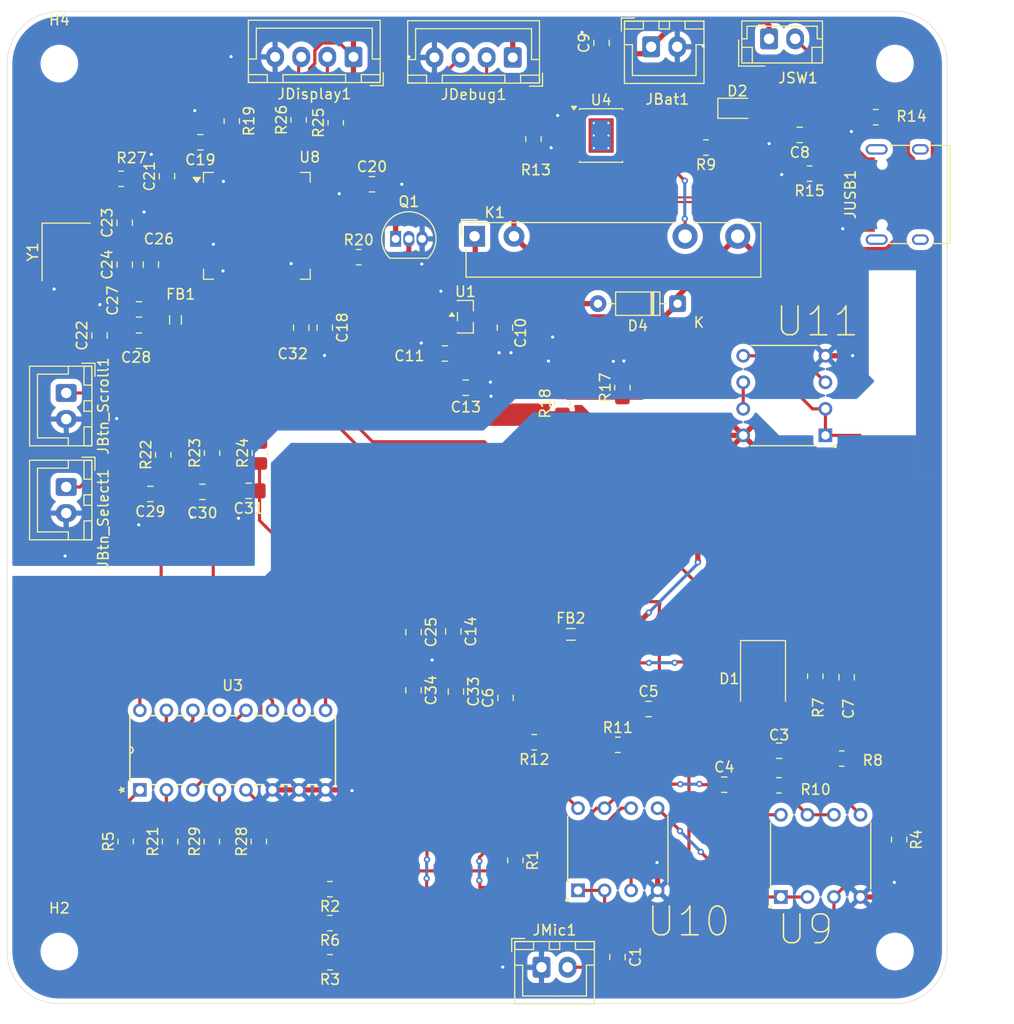
<source format=kicad_pcb>
(kicad_pcb (version 20241229) (generator "pcbnew") (generator_version "9.0")
  (layers (0 "F.Cu" signal) (2 "B.Cu" signal) (13 "F.Paste" user) (15 "B.Paste" user) (5 "F.SilkS" user "F.Silkscreen") (7 "B.SilkS" user "B.Silkscreen") (1 "F.Mask" user) (3 "B.Mask" user) (25 "Edge.Cuts" user))
  (net 0 "")
  (net 1 "/MIC_IN")
  (net 2 "Net-(U9A-+)")
  (net 3 "Net-(U9B-+)")
  (net 4 "Net-(C3-Pad2)")
  (net 5 "/PGA_OUT")
  (net 6 "/LPF_OUT")
  (net 7 "Net-(C5-Pad1)")
  (net 8 "/v_bias")
  (net 9 "Net-(U10A-+)")
  (net 10 "/high_analog")
  (net 11 "GND")
  (net 12 "/POWER_section/VBUS_5V")
  (net 13 "/POWER_section/VBAT_RAW")
  (net 14 "Net-(D4-K)")
  (net 15 "+3.3V")
  (net 16 "Net-(U10C-V+)")
  (net 17 "/MCU_section/HSE_IN")
  (net 18 "/MCU_section/HSE_OUT")
  (net 19 "+3.3VA")
  (net 20 "Net-(U3-A)")
  (net 21 "Net-(U3-B)")
  (net 22 "Net-(U3-C)")
  (net 23 "Net-(U8-VCAP1)")
  (net 24 "/HPF_OUT")
  (net 25 "Net-(D2-K)")
  (net 26 "Net-(D4-A)")
  (net 27 "/MCU_section/btn_scroll")
  (net 28 "/MCU_section/btn_select")
  (net 29 "/MCU_section/SWCLK")
  (net 30 "/MCU_section/SWDIO")
  (net 31 "/MCU_section/LCD_SDA")
  (net 32 "/MCU_section/LCD_SCL")
  (net 33 "/MCU_section/USBD-")
  (net 36 "Net-(JUSB1-CC2)")
  (net 37 "Net-(JUSB1-CC1)")
  (net 38 "/MCU_section/USBD+")
  (net 41 "Net-(Q1-B)")
  (net 42 "Net-(U10B--)")
  (net 43 "Net-(U3-X3)")
  (net 44 "Net-(U3-X2)")
  (net 45 "Net-(U3-X4)")
  (net 46 "Net-(U3-X1)")
  (net 47 "Net-(U4-~{CHRG})")
  (net 48 "Net-(U4-PROG)")
  (net 49 "Net-(U11A-+)")
  (net 50 "Net-(U8-BOOT0)")
  (net 51 "/MCU_section/pwr_hold")
  (net 52 "Net-(U3-X6)")
  (net 53 "/MCU_section/pga_a0")
  (net 54 "/MCU_section/pga_a1")
  (net 55 "/MCU_section/pga_a2")
  (net 56 "Net-(U8-NRST)")
  (net 57 "Net-(U3-X5)")
  (net 58 "Net-(U3-X7)")
  (net 96 "/PREAMP_OUT")
  (net 97 "Net-(U11B--)")
  (footprint "Crystal:Crystal_SMD_3225-4Pin_3.2x2.5mm_HandSoldering" (layer "F.Cu") (at 43.75 58 -90)
    (property "Reference" "Y1")
    (property "Value" "16MHz")
  )
  (footprint "Resistor_SMD:R_0805_2012Metric_Pad1.20x1.40mm_HandSolder" (layer "F.Cu") (at 69 119 180)
    (property "Reference" "R2")
    (property "Value" "14.3k")
  )
  (footprint "Package_QFP:LQFP-64_10x10mm_P0.5mm" (layer "F.Cu") (at 62 55.5)
    (property "Reference" "U8")
    (property "Value" "STM32F401RCTx")
  )
  (footprint "Resistor_SMD:R_0805_2012Metric_Pad1.20x1.40mm_HandSolder" (layer "F.Cu") (at 49.44 114.44 90)
    (property "Reference" "R5")
    (property "Value" "6.65k")
  )
  (footprint "Resistor_SMD:R_0805_2012Metric_Pad1.20x1.40mm_HandSolder" (layer "F.Cu") (at 49 51 180)
    (property "Reference" "R27")
    (property "Value" "10k")
  )
  (footprint "Resistor_SMD:R_0805_2012Metric_Pad1.20x1.40mm_HandSolder" (layer "F.Cu") (at 57.7125 77.25 90)
    (property "Reference" "R23")
    (property "Value" "1k")
  )
  (footprint "Resistor_SMD:R_0805_2012Metric_Pad1.20x1.40mm_HandSolder" (layer "F.Cu") (at 114.92 50.5 180)
    (property "Reference" "R15")
    (property "Value" "R")
  )
  (footprint "Resistor_SMD:R_0805_2012Metric_Pad1.20x1.40mm_HandSolder" (layer "F.Cu") (at 121.25 45.1 180)
    (property "Reference" "R14")
    (property "Value" "5.1k")
  )
  (footprint "Connector_JST:JST_XH_B2B-XH-A_1x02_P2.50mm_Vertical" (layer "F.Cu") (at 89.25 126.475)
    (property "Reference" "JMic1")
    (property "Value" "Conn_01x02_Pin")
  )
  (footprint "Resistor_SMD:R_0805_2012Metric_Pad1.20x1.40mm_HandSolder" (layer "F.Cu") (at 66 45.36 90)
    (property "Reference" "R26")
    (property "Value" "4.7k")
  )
  (footprint "Inductor_SMD:L_0805_2012Metric_Pad1.05x1.20mm_HandSolder" (layer "F.Cu") (at 92.06 94.61)
    (property "Reference" "FB2")
    (property "Value" "FerriteBead")
  )
  (footprint "Resistor_SMD:R_0805_2012Metric_Pad1.20x1.40mm_HandSolder" (layer "F.Cu") (at 115.462064 98.6125 -90)
    (property "Reference" "R7")
    (property "Value" "20k")
  )
  (footprint "Resistor_SMD:R_0805_2012Metric_Pad1.20x1.40mm_HandSolder" (layer "F.Cu") (at 97 70.99 90)
    (property "Reference" "R17")
    (property "Value" "10k")
  )
  (footprint "Capacitor_SMD:C_0805_2012Metric_Pad1.18x1.45mm_HandSolder" (layer "F.Cu") (at 56.7875 80.97)
    (property "Reference" "C30")
    (property "Value" "470p")
  )
  (footprint "Capacitor_SMD:C_0805_2012Metric_Pad1.18x1.45mm_HandSolder" (layer "F.Cu") (at 81.06 100.0875 -90)
    (property "Reference" "C33")
    (property "Value" "100n")
  )
  (footprint "Capacitor_SMD:C_0805_2012Metric_Pad1.18x1.45mm_HandSolder" (layer "F.Cu") (at 77 99.9625 -90)
    (property "Reference" "C34")
    (property "Value" "10u")
  )
  (footprint "MountingHole:MountingHole_3.2mm_M3" (layer "F.Cu") (at 123.09 39.97)
    (property "Reference" "H1" (hide yes))
    (property "Value" "MountingHole")
  )
  (footprint "MCP6022-E_P:DIP787W46P254L927H533Q8" (layer "F.Cu") (at 96.56 115.185 90)
    (property "Reference" "U10")
    (property "Value" "MCP6022")
  )
  (footprint "Diode_SMD:D_SMB" (layer "F.Cu") (at 110.462064 98.8625 -90)
    (property "Reference" "D1")
    (property "Value" "S2JTR")
  )
  (footprint "Capacitor_SMD:C_0805_2012Metric_Pad1.18x1.45mm_HandSolder" (layer "F.Cu") (at 99.5 101.75)
    (property "Reference" "C5")
    (property "Value" "1n")
  )
  (footprint "Connector_JST:JST_XH_B4B-XH-A_1x04_P2.50mm_Vertical" (layer "F.Cu") (at 86.5 39.38 180)
    (property "Reference" "JDebug1")
    (property "Value" "Conn_01x04_Pin")
  )
  (footprint "Capacitor_SMD:C_0805_2012Metric_Pad1.18x1.45mm_HandSolder" (layer "F.Cu") (at 66.25 65.25 -90)
    (property "Reference" "C32")
    (property "Value" "2.2u")
  )
  (footprint "Capacitor_SMD:C_0805_2012Metric_Pad1.18x1.45mm_HandSolder" (layer "F.Cu") (at 80 67.7225 180)
    (property "Reference" "C11")
    (property "Value" "22u")
  )
  (footprint "Resistor_SMD:R_0805_2012Metric_Pad1.20x1.40mm_HandSolder" (layer "F.Cu") (at 88.485 47.2 -90)
    (property "Reference" "R13")
    (property "Value" "R")
  )
  (footprint "Capacitor_SMD:C_0805_2012Metric_Pad1.18x1.45mm_HandSolder" (layer "F.Cu") (at 95 37.9875 90)
    (property "Reference" "C9")
    (property "Value" "10u")
  )
  (footprint "Capacitor_SMD:C_0805_2012Metric_Pad1.18x1.45mm_HandSolder" (layer "F.Cu") (at 51.8 81.17 180)
    (property "Reference" "C29")
    (property "Value" "470p")
  )
  (footprint "Capacitor_SMD:C_0805_2012Metric_Pad1.18x1.45mm_HandSolder" (layer "F.Cu") (at 73.02 51.52)
    (property "Reference" "C20")
    (property "Value" "100n")
  )
  (footprint "Capacitor_SMD:C_0805_2012Metric_Pad1.18x1.45mm_HandSolder" (layer "F.Cu") (at 112 105.75 180)
    (property "Reference" "C3")
    (property "Value" "4.7n")
  )
  (footprint "Resistor_SMD:R_0805_2012Metric_Pad1.20x1.40mm_HandSolder" (layer "F.Cu") (at 88.56 104.935 180)
    (property "Reference" "R12")
    (property "Value" "20k")
  )
  (footprint "Diode_THT:D_DO-35_SOD27_P7.62mm_Horizontal" (layer "F.Cu") (at 102.2775 62.9525 180)
    (property "Reference" "D4")
    (property "Value" "1N4148")
  )
  (footprint "Capacitor_SMD:C_0805_2012Metric_Pad1.18x1.45mm_HandSolder" (layer "F.Cu") (at 61.22 80.87 180)
    (property "Reference" "C31")
    (property "Value" "470p")
  )
  (footprint "Package_TO_SOT_SMD:SOT-23" (layer "F.Cu") (at 81.9675 64.2025)
    (property "Reference" "U1")
    (property "Value" "MCP1700x-330xxTT")
  )
  (footprint "Capacitor_SMD:C_0805_2012Metric_Pad1.18x1.45mm_HandSolder" (layer "F.Cu") (at 51.85 59.2125 90)
    (property "Reference" "C26")
    (property "Value" "10n")
  )
  (footprint "Resistor_SMD:R_0805_2012Metric_Pad1.20x1.40mm_HandSolder" (layer "F.Cu") (at 86.75 116.25 -90)
    (property "Reference" "R1")
    (property "Value" "100k")
  )
  (footprint "Capacitor_SMD:C_0805_2012Metric_Pad1.18x1.45mm_HandSolder" (layer "F.Cu") (at 80.81 94.3375 -90)
    (property "Reference" "C14")
    (property "Value" "10u")
  )
  (footprint "Capacitor_SMD:C_0805_2012Metric_Pad1.18x1.45mm_HandSolder" (layer "F.Cu") (at 85.81 100.685 90)
    (property "Reference" "C6")
    (property "Value" "1n")
  )
  (footprint "MountingHole:MountingHole_3.2mm_M3" (layer "F.Cu") (at 123.09 124.97)
    (property "Reference" "H3" (hide yes))
    (property "Value" "MountingHole")
  )
  (footprint "Resistor_SMD:R_0805_2012Metric_Pad1.20x1.40mm_HandSolder" (layer "F.Cu") (at 69 122.25 180)
    (property "Reference" "R6")
    (property "Value" "100k")
  )
  (footprint "Capacitor_SMD:C_0805_2012Metric_Pad1.18x1.45mm_HandSolder" (layer "F.Cu") (at 106.75 109)
    (property "Reference" "C4")
    (property "Value" "4.7n")
  )
  (footprint "Resistor_SMD:R_0805_2012Metric_Pad1.20x1.40mm_HandSolder" (layer "F.Cu") (at 59.6 45.47 -90)
    (property "Reference" "R19")
    (property "Value" "10k")
  )
  (footprint "Resistor_SMD:R_0805_2012Metric_Pad1.20x1.40mm_HandSolder" (layer "F.Cu") (at 53.69 114.44 90)
    (property "Reference" "R21")
    (property "Value" "1.58k")
  )
  (footprint "Connector_JST:JST_XH_B4B-XH-A_1x04_P2.50mm_Vertical" (layer "F.Cu") (at 71.25 39.33 180)
    (property "Reference" "JDisplay1")
    (property "Value" "Conn_01x04_Pin")
  )
  (footprint "MCP6022-E_P:DIP787W46P254L927H533Q8" (layer "F.Cu") (at 112.5 71.75 180)
    (property "Reference" "U11")
    (property "Value" "MCP6022")
  )
  (footprint "Capacitor_SMD:C_0805_2012Metric_Pad1.18x1.45mm_HandSolder" (layer "F.Cu") (at 96.525 125.5 90)
    (property "Reference" "C1")
    (property "Value" "0.1u")
  )
  (footprint "Resistor_SMD:R_0805_2012Metric_Pad1.20x1.40mm_HandSolder" (layer "F.Cu") (at 123.5 114.25 -90)
    (property "Reference" "R4")
    (property "Value" "1M")
  )
  (footprint "Resistor_SMD:R_0805_2012Metric_Pad1.20x1.40mm_HandSolder" (layer "F.Cu") (at 57.69 114.44 90)
    (property "Reference" "R29")
    (property "Value" "787")
  )
  (footprint "MountingHole:MountingHole_3.2mm_M3" (layer "F.Cu") (at 43.09 124.969999)
    (property "Reference" "H2")
    (property "Value" "MountingHole")
  )
  (footprint "Capacitor_SMD:C_0805_2012Metric_Pad1.18x1.45mm_HandSolder" (layer "F.Cu") (at 113.98 46.8 180)
    (property "Reference" "C8")
    (property "Value" "10u")
  )
  (footprint "Capacitor_SMD:C_0805_2012Metric_Pad1.18x1.45mm_HandSolder" (layer "F.Cu") (at 118.462064 98.7125 -90)
    (property "Reference" "C7")
    (property "Value" "0.1u")
  )
  (footprint "Resistor_SMD:R_0805_2012Metric_Pad1.20x1.40mm_HandSolder" (layer "F.Cu") (at 69.55 45.63 90)
    (property "Reference" "R25")
    (property "Value" "4.7k")
  )
  (footprint "MCP6022-E_P:DIP787W46P254L927H533Q8" (layer "F.Cu") (at 115.98 115.815 90)
    (property "Reference" "U9")
    (property "Value" "MCP6022")
  )
  (footprint "Connector_USB:USB_C_Receptacle_HRO_TYPE-C-31-M-12" (layer "F.Cu") (at 124.47 52.5 90)
    (property "Reference" "JUSB1")
    (property "Value" "USB_C_Receptacle_USB2.0_14P")
  )
  (footprint "Capacitor_SMD:C_0805_2012Metric_Pad1.18x1.45mm_HandSolder" (layer "F.Cu") (at 82 71)
    (property "Reference" "C13")
    (property "Value" "10u")
  )
  (footprint "Capacitor_SMD:C_0805_2012Metric_Pad1.18x1.45mm_HandSolder" (layer "F.Cu") (at 49.35 55.2125 90)
    (property "Reference" "C23")
    (property "Value" "10p")
  )
  (footprint "Connector_JST:JST_XH_B2B-XH-A_1x02_P2.50mm_Vertical" (layer "F.Cu") (at 43.75 71.5 -90)
    (property "Reference" "JBtn_Scroll1")
    (property "Value" "Conn_01x02_Pin")
  )
  (footprint "Resistor_SMD:R_0805_2012Metric_Pad1.20x1.40mm_HandSolder" (layer "F.Cu") (at 69 126 180)
    (property "Reference" "R3")
    (property "Value" "33.2k")
  )
  (footprint "Connector_JST:JST_XH_B2B-XH-A_1x02_P2.50mm_Vertical" (layer "F.Cu") (at 43.75 80.5 -90)
    (property "Reference" "JBtn_Select1")
    (property "Value" "Conn_01x02_Pin")
  )
  (footprint "Resistor_SMD:R_0805_2012Metric_Pad1.20x1.40mm_HandSolder" (layer "F.Cu") (at 53.0375 77.42 90)
    (property "Reference" "R22")
    (property "Value" "1k")
  )
  (footprint "Package_SO:SOIC-8-1EP_3.9x4.9mm_P1.27mm_EP2.41x3.3mm_ThermalVias" (layer "F.Cu") (at 94.96 46.855)
    (property "Reference" "U4")
    (property "Value" "TP4056-42-ESOP8")
  )
  (footprint "Capacitor_SMD:C_0805_2012Metric_Pad1.18x1.45mm_HandSolder" (layer "F.Cu") (at 49.35 59.2125 90)
    (property "Reference" "C24")
    (property "Value" "10p")
  )
  (footprint "Resistor_SMD:R_0805_2012Metric_Pad1.20x1.40mm_HandSolder" (layer "F.Cu") (at 105 48 180)
    (property "Reference" "R9")
    (property "Value" "1K")
  )
  (footprint "Connector_JST:JST_EH_B2B-EH-A_1x02_P2.50mm_Vertical" (layer "F.Cu") (at 111.04 37.6)
    (property "Reference" "JSW1")
    (property "Value" "Conn_01x02_Pin")
  )
  (footprint "Resistor_SMD:R_0805_2012Metric_Pad1.20x1.40mm_HandSolder" (layer "F.Cu") (at 62.19 114.44 90)
    (property "Reference" "R28")
    (property "Value" "3.24k")
  )
  (footprint "Capacitor_SMD:C_0805_2012Metric_Pad1.18x1.45mm_HandSolder" (layer "F.Cu") (at 50.7125 63.5 180)
    (property "Reference" "C27")
    (property "Value" "1u")
  )
  (footprint "Capacitor_SMD:C_0805_2012Metric_Pad1.18x1.45mm_HandSolder" (layer "F.Cu") (at 50.7125 66.5 180)
    (property "Reference" "C28")
    (property "Value" "1u")
  )
  (footprint "Capacitor_SMD:C_0805_2012Metric_Pad1.18x1.45mm_HandSolder" (layer "F.Cu") (at 46.9375 66 90)
    (property "Reference" "C22")
    (property "Value" "10u")
  )
  (footprint "Connector_JST:JST_XH_B2B-XH-A_1x02_P2.50mm_Vertical" (layer "F.Cu") (at 99.75 38.36)
    (property "Reference" "JBat1")
    (property "Value" "Conn_01x02_Pin")
  )
  (footprint "Resistor_SMD:R_0805_2012Metric_Pad1.20x1.40mm_HandSolder" (layer "F.Cu") (at 96.56 105.185)
    (property "Reference" "R11")
    (property "Value" "20k")
  )
  (footprint "Capacitor_SMD:C_0805_2012Metric_Pad1.18x1.45mm_HandSolder" (layer "F.Cu") (at 85.75 65.25 -90)
    (property "Reference" "C10")
    (property "Value" "22u")
  )
  (footprint "Inductor_SMD:L_0805_2012Metric_Pad1.05x1.20mm_HandSolder" (layer "F.Cu") (at 54.2125 64.5 -90)
    (property "Reference" "FB1")
    (property "Value" "120r")
  )
  (footprint "Resistor_SMD:R_0805_2012Metric_Pad1.20x1.40mm_HandSolder" (layer "F.Cu") (at 91.25 72.5 90)
    (property "Reference" "R18")
    (property "Value" "10k")
  )
  (footprint "Capacitor_SMD:C_0805_2012Metric_Pad1.18x1.45mm_HandSolder" (layer "F.Cu") (at 77 94.3975 -90)
    (property "Reference" "C25")
    (property "Value" "100n")
  )
  (footprint "Resistor_SMD:R_0805_2012Metric_Pad1.20x1.40mm_HandSolder" (layer "F.Cu") (at 71.75 58.5)
    (property "Reference" "R20")
    (property "Value" "R")
  )
  (footprint "Capacitor_SMD:C_0805_2012Metric_Pad1.18x1.45mm_HandSolder" (layer "F.Cu") (at 56.59 47.5 180)
    (property "Reference" "C19")
    (property "Value" "100n")
  )
  (footprint "Resistor_SMD:R_0805_2012Metric_Pad1.20x1.40mm_HandSolder" (layer "F.Cu") (at 62.2875 77.25 90)
    (property "Reference" "R24")
    (property "Value" "1k")
  )
  (footprint "Resistor_SMD:R_0805_2012Metric_Pad1.20x1.40mm_HandSolder" (layer "F.Cu") (at 111.98 109.065)
    (property "Reference" "R10")
    (property "Value" "16k")
  )
  (footprint "Relay_THT:Relay_SPST-NO_Fujitsu_FTR-LYAA005x_FormA_Vertical" (layer "F.Cu") (at 82.84 56.5)
    (property "Reference" "K1")
    (property "Value" "Fujitsu_FTR-LYAA005x")
  )
  (footprint "Package_TO_SOT_THT:TO-92_Inline" (layer "F.Cu") (at 75.2825 56.75)
    (property "Reference" "Q1")
    (property "Value" "BC547")
  )
  (footprint "Resistor_SMD:R_0805_2012Metric_Pad1.20x1.40mm_HandSolder" (layer "F.Cu") (at 118 106.5 180)
    (property "Reference" "R8")
    (property "Value" "16k")
  )
  (footprint "Capacitor_SMD:C_0805_2012Metric_Pad1.18x1.45mm_HandSolder" (layer "F.Cu") (at 53.4 50.75 90)
    (property "Reference" "C21")
    (property "Value" "100n")
  )
  (footprint "Capacitor_SMD:C_0805_2012Metric_Pad1.18x1.45mm_HandSolder" (layer "F.Cu") (at 68.5 65.25 -90)
    (property "Reference" "C18")
    (property "Value" "100n")
  )
  (footprint "LED_SMD:LED_0805_2012Metric_Pad1.15x1.40mm_HandSolder" (layer "F.Cu") (at 108 44.25)
    (property "Reference" "D2")
    (property "Value" "LED")
  )
  (footprint "MountingHole:MountingHole_3.2mm_M3" (layer "F.Cu") (at 43.09 39.969999)
    (property "Reference" "H4")
    (property "Value" "MountingHole")
  )
  (footprint "footprints:N16" (layer "F.Cu") (at 68.58 101.88 90)
    (property "Reference" "U3")
    (property "Value" "CD4051B")
  )
  (gr_arc (start 128.09 124.97) (mid 126.625534 128.505534) (end 123.09 129.97) (stroke (width 0.05)) (layer "Edge.Cuts"))
  (gr_arc (start 43.09 129.97004) (mid 39.554438 128.505562) (end 38.08996 124.97) (stroke (width 0.05)) (layer "Edge.Cuts"))
  (gr_arc (start 123.09 34.96984) (mid 126.625647 36.434353) (end 128.09016 39.97) (stroke (width 0.05)) (layer "Edge.Cuts"))
  (gr_line (start 43.09 34.96999) (end 123.09 34.96999) (stroke (width 0.05)) (layer "Edge.Cuts"))
  (gr_arc (start 38.08999 39.97) (mid 39.554459 36.434459) (end 43.09 34.96999) (stroke (width 0.05)) (layer "Edge.Cuts"))
  (gr_line (start 38.08996 124.97) (end 38.08996 39.97) (stroke (width 0.05)) (layer "Edge.Cuts"))
  (gr_line (start 123.09 129.97) (end 43.09 129.97) (stroke (width 0.05)) (layer "Edge.Cuts"))
  (gr_line (start 128.09016 39.97) (end 128.09016 124.97) (stroke (width 0.05)) (layer "Edge.Cuts"))
  (segment (start 96.4625 126.475) (end 96.525 126.5375) (width 0.3) (layer "F.Cu") (net 1))
  (segment (start 91.75 126.475) (end 96.4625 126.475) (width 0.3) (layer "F.Cu") (net 1))
  (segment (start 121.75 115.25) (end 117.25 119.75) (width 0.3) (layer "F.Cu") (net 2))
  (segment (start 123.5 115.25) (end 121.75 115.25) (width 0.3) (layer "F.Cu") (net 2))
  (segment (start 117.27 124.39) (end 117.25 124.37) (width 0.3) (layer "F.Cu") (net 2))
  (segment (start 117.25 124.37) (end 117.25 119.75) (width 0.3) (layer "F.Cu") (net 2))
  (segment (start 96.525 124.4625) (end 96.5975 124.39) (width 0.3) (layer "F.Cu") (net 2))
  (segment (start 96.5975 124.39) (end 117.27 124.39) (width 0.3) (layer "F.Cu") (net 2))
  (segment (start 116.25 105.75) (end 117 106.5) (width 0.3) (layer "F.Cu") (net 3))
  (segment (start 113.0375 105.75) (end 116.25 105.75) (width 0.3) (layer "F.Cu") (net 3))
  (segment (start 117 106.5) (end 117 109.09) (width 0.3) (layer "F.Cu") (net 3))
  (segment (start 117 109.09) (end 119.79 111.88) (width 0.3) (layer "F.Cu") (net 3))
  (segment (start 110.975 109.065) (end 109.34875 107.43875) (width 0.3) (layer "F.Cu") (net 4))
  (segment (start 110.9625 105.75) (end 110.9625 105.825) (width 0.3) (layer "F.Cu") (net 4))
  (segment (start 109.34875 107.43875) (end 107.7875 109) (width 0.3) (layer "F.Cu") (net 4))
  (segment (start 110.98 109.065) (end 110.975 109.065) (width 0.3) (layer "F.Cu") (net 4))
  (segment (start 110.9625 105.825) (end 109.34875 107.43875) (width 0.3) (layer "F.Cu") (net 4))
  (segment (start 102.54 108.95) (end 97.59 108.95) (width 0.3) (layer "F.Cu") (net 5))
  (segment (start 90.52 115.25) (end 86.75 115.25) (width 0.3) (layer "F.Cu") (net 5))
  (segment (start 97.59 108.95) (end 95.29 111.25) (width 0.3) (layer "F.Cu") (net 5))
  (segment (start 95.56 105.185) (end 95.56 106.92) (width 0.3) (layer "F.Cu") (net 5))
  (segment (start 95.29 111.25) (end 94.52 111.25) (width 0.3) (layer "F.Cu") (net 5))
  (segment (start 95.56 106.92) (end 97.59 108.95) (width 0.3) (layer "F.Cu") (net 5))
  (segment (start 105.7125 109) (end 104.44 109) (width 0.3) (layer "F.Cu") (net 5))
  (segment (start 94.52 111.25) (end 90.52 115.25) (width 0.3) (layer "F.Cu") (net 5))
  (segment (start 104.44 109) (end 104.37 108.93) (width 0.3) (layer "F.Cu") (net 5))
  (via (at 102.54 108.95) (size 0.6) (drill 0.3) (layers "F.Cu" "B.Cu") (net 5))
  (via (at 104.37 108.93) (size 0.6) (drill 0.3) (layers "F.Cu" "B.Cu") (net 5))
  (segment (start 104.35 108.95) (end 102.54 108.95) (width 0.3) (layer "B.Cu") (net 5))
  (segment (start 104.37 108.93) (end 104.35 108.95) (width 0.3) (layer "B.Cu") (net 5))
  (segment (start 95.4 121.21) (end 95.29 121.1) (width 0.3) (layer "F.Cu") (net 6))
  (segment (start 100.5375 101.75) (end 103.37 101.75) (width 0.3) (layer "F.Cu") (net 6))
  (segment (start 86.56 91.48) (end 100.57 91.48) (width 0.3) (layer "F.Cu") (net 6))
  (segment (start 103.25 121.21) (end 95.4 121.21) (width 0.3) (layer "F.Cu") (net 6))
  (segment (start 63.02 63.73) (end 63.02 67.94) (width 0.3) (layer "F.Cu") (net 6))
  (segment (start 62.25 62.96) (end 63.02 63.73) (width 0.3) (layer "F.Cu") (net 6))
  (segment (start 62.25 61.175) (end 62.25 62.96) (width 0.3) (layer "F.Cu") (net 6))
  (segment (start 103.37 101.75) (end 103.37 121.09) (width 0.3) (layer "F.Cu") (net 6))
  (segment (start 100.5375 91.7825) (end 100.5375 101.75) (width 0.3) (layer "F.Cu") (net 6))
  (segment (start 103.37 121.09) (end 103.25 121.21) (width 0.3) (layer "F.Cu") (net 6))
  (segment (start 95.29 121.1) (end 95.29 119.12) (width 0.3) (layer "F.Cu") (net 6))
  (segment (start 100.57 91.75) (end 100.5375 91.7825) (width 0.3) (layer "F.Cu") (net 6))
  (segment (start 63.02 67.94) (end 86.56 91.48) (width 0.3) (layer "F.Cu") (net 6))
  (segment (start 95.29 119.12) (end 92.75 119.12) (width 0.3) (layer "F.Cu") (net 6))
  (segment (start 100.57 91.48) (end 100.57 91.75) (width 0.3) (layer "F.Cu") (net 6))
  (segment (start 97.56 105.185) (end 97.56 102.6525) (width 0.3) (layer "F.Cu") (net 7))
  (segment (start 92.745 101.75) (end 89.56 104.935) (width 0.3) (layer "F.Cu") (net 7))
  (segment (start 98.4625 101.75) (end 92.745 101.75) (width 0.3) (layer "F.Cu") (net 7))
  (segment (start 97.56 102.6525) (end 98.4625 101.75) (width 0.3) (layer "F.Cu") (net 7))
  (segment (start 118.78 129.29) (end 78.26 129.29) (width 0.3) (layer "F.Cu") (net 8))
  (segment (start 123.5 111) (end 119 106.5) (width 0.3) (layer "F.Cu") (net 8))
  (segment (start 71.95 106.05) (end 77 101) (width 0.3) (layer "F.Cu") (net 8))
  (segment (start 120.87 99.75) (end 118.462064 99.75) (width 0.3) (layer "F.Cu") (net 8))
  (segment (start 126.96 113.25) (end 127.1 113.39) (width 0.3) (layer "F.Cu") (net 8))
  (segment (start 110.12 67.94) (end 108.565 67.94) (width 0.3) (layer "F.Cu") (net 8))
  (segment (start 123.5 113.25) (end 126.96 113.25) (width 0.3) (layer "F.Cu") (net 8))
  (segment (start 78.29 116.16) (end 78.29 114.22) (width 0.3) (layer "F.Cu") (net 8))
  (segment (start 127.2 119.31) (end 124.13 119.31) (width 0.3) (layer "F.Cu") (net 8))
  (segment (start 119 105.06) (end 118.462064 104.522064) (width 0.3) (layer "F.Cu") (net 8))
  (segment (start 120.89 93.75) (end 120.89 99.73) (width 0.3) (layer "F.Cu") (net 8))
  (segment (start 120.89 99.73) (end 120.87 99.75) (width 0.3) (layer "F.Cu") (net 8))
  (segment (start 78.29 114.22) (end 81.06 111.45) (width 0.3) (layer "F.Cu") (net 8))
  (segment (start 118.78 124.66) (end 118.78 129.29) (width 0.3) (layer "F.Cu") (net 8))
  (segment (start 118.462064 104.522064) (end 118.462064 99.75) (width 0.3) (layer "F.Cu") (net 8))
  (segment (start 116.435 75.56) (end 119.73 75.56) (width 0.3) (layer "F.Cu") (net 8))
  (segment (start 85.81 99.6475) (end 84.3125 99.6475) (width 0.3) (layer "F.Cu") (net 8))
  (segment (start 77 101) (end 80.935 101) (width 0.3) (layer "F.Cu") (net 8))
  (segment (start 82.96 101) (end 80.935 101) (width 0.3) (layer "F.Cu") (net 8))
  (segment (start 118.324564 99.6125) (end 118.462064 99.75) (width 0.3) (layer "F.Cu") (net 8))
  (segment (start 84.3125 99.6475) (end 82.96 101) (width 0.3) (layer "F.Cu") (net 8))
  (segment (start 115.462064 99.6125) (end 118.324564 99.6125) (width 0.3) (layer "F.Cu") (net 8))
  (segment (start 119 106.5) (end 119 105.06) (width 0.3) (layer "F.Cu") (net 8))
  (segment (start 80.935 101) (end 81.06 101.125) (width 0.3) (layer "F.Cu") (net 8))
  (segment (start 115.2 73.02) (end 110.12 67.94) (width 0.3) (layer "F.Cu") (net 8))
  (segment (start 127.1 113.39) (end 127.1 119.21) (width 0.3) (layer "F.Cu") (net 8))
  (segment (start 78.26 129.29) (end 78.26 117.98) (width 0.3) (layer "F.Cu") (net 8))
  (segment (start 81.06 111.45) (end 81.06 101.125) (width 0.3) (layer "F.Cu") (net 8))
  (segment (start 119.73 75.56) (end 119.73 92.59) (width 0.3) (layer "F.Cu") (net 8))
  (segment (start 116.435 73.02) (end 115.2 73.02) (width 0.3) (layer "F.Cu") (net 8))
  (segment (start 59.33 106.05) (end 71.95 106.05) (width 0.3) (layer "F.Cu") (net 8))
  (segment (start 116.435 75.56) (end 116.435 73.02) (width 0.3) (layer "F.Cu") (net 8))
  (segment (start 55.88 109.5) (end 59.33 106.05) (width 0.3) (layer "F.Cu") (net 8))
  (segment (start 123.5 113.25) (end 123.5 111) (width 0.3) (layer "F.Cu") (net 8))
  (segment (start 119.73 92.59) (end 120.89 93.75) (width 0.3) (layer "F.Cu") (net 8))
  (segment (start 127.1 119.21) (end 127.2 119.31) (width 0.3) (layer "F.Cu") (net 8))
  (segment (start 124.13 119.31) (end 118.78 124.66) (width 0.3) (layer "F.Cu") (net 8))
  (via (at 78.26 117.98) (size 0.6) (drill 0.3) (layers "F.Cu" "B.Cu") (net 8))
  (via (at 78.29 116.16) (size 0.6) (drill 0.3) (layers "F.Cu" "B.Cu") (net 8))
  (segment (start 78.29 116.35) (end 78.29 116.16) (width 0.3) (layer "B.Cu") (net 8))
  (segment (start 78.26 117.98) (end 78.26 116.38) (width 0.3) (layer "B.Cu") (net 8))
  (segment (start 78.26 116.38) (end 78.29 116.35) (width 0.3) (layer "B.Cu") (net 8))
  (segment (start 97.83 115.7) (end 97.37 115.24) (width 0.3) (layer "F.Cu") (net 9))
  (segment (start 83.35 118.22) (end 83.3 118.17) (width 0.3) (layer "F.Cu") (net 9))
  (segment (start 93.60852 115.24) (end 93.26426 115.58426) (width 0.3) (layer "F.Cu") (net 9))
  (segment (start 83.3 116.32) (end 83.3 115.96) (width 0.3) (layer "F.Cu") (net 9))
  (segment (start 87.56 111.7) (end 87.56 104.935) (width 0.3) (layer "F.Cu") (net 9))
  (segment (start 85.81 103.185) (end 87.56 104.935) (width 0.3) (layer "F.Cu") (net 9))
  (segment (start 93.26426 115.58426) (end 92.087521 116.761) (width 0.3) (layer "F.Cu") (net 9))
  (segment (start 83.35 118.84) (end 83.35 118.22) (width 0.3) (layer "F.Cu") (net 9))
  (segment (start 89.44 116.761) (end 87.361 118.84) (width 0.3) (layer "F.Cu") (net 9))
  (segment (start 97.37 115.24) (end 93.60852 115.24) (width 0.3) (layer "F.Cu") (net 9))
  (segment (start 92.087521 116.761) (end 89.44 116.761) (width 0.3) (layer "F.Cu") (net 9))
  (segment (start 97.83 119.12) (end 97.83 115.7) (width 0.3) (layer "F.Cu") (net 9))
  (segment (start 85.81 101.7225) (end 85.81 103.185) (width 0.3) (layer "F.Cu") (net 9))
  (segment (start 83.3 115.96) (end 87.56 111.7) (width 0.3) (layer "F.Cu") (net 9))
  (segment (start 87.361 118.84) (end 83.35 118.84) (width 0.3) (layer "F.Cu") (net 9))
  (via (at 83.3 118.17) (size 0.6) (drill 0.3) (layers "F.Cu" "B.Cu") (net 9))
  (via (at 83.3 116.32) (size 0.6) (drill 0.3) (layers "F.Cu" "B.Cu") (net 9))
  (segment (start 83.3 118.17) (end 83.3 116.32) (width 0.3) (layer "B.Cu") (net 9))
  (segment (start 63.25 61.175) (end 63.25 62.1) (width 0.3) (layer "F.Cu") (net 10))
  (segment (start 115.462064 97.6125) (end 114.6625 97.6125) (width 0.3) (layer "F.Cu") (net 10))
  (segment (start 110.462064 96.7125) (end 110.462064 96.072064) (width 0.3) (layer "F.Cu") (net 10))
  (segment (start 118.462064 97.675) (end 115.524564 97.675) (width 0.3) (layer "F.Cu") (net 10))
  (segment (start 63.91 67.04) (end 64.49 67.62) (width 0.3) (layer "F.Cu") (net 10))
  (segment (start 73.08 76.17) (end 83.78 76.17) (width 0.3) (layer "F.Cu") (net 10))
  (segment (start 63.91 62.76) (end 63.91 67.04) (width 0.3) (layer "F.Cu") (net 10))
  (segment (start 90.56 82.95) (end 97.34 82.95) (width 0.3) (layer "F.Cu") (net 10))
  (segment (start 110.462064 96.072064) (end 97.34 82.95) (width 0.3) (layer "F.Cu") (net 10))
  (segment (start 115.524564 97.675) (end 115.462064 97.6125) (width 0.3) (layer "F.Cu") (net 10))
  (segment (start 114.6625 97.6125) (end 113.7625 96.7125) (width 0.3) (layer "F.Cu") (net 10))
  (segment (start 113.7625 96.7125) (end 110.462064 96.7125) (width 0.3) (layer "F.Cu") (net 10))
  (segment (start 63.25 62.1) (end 63.91 62.76) (width 0.3) (layer "F.Cu") (net 10))
  (segment (start 64.49 67.62) (end 64.53 67.62) (width 0.3) (layer "F.Cu") (net 10))
  (segment (start 83.78 76.17) (end 90.56 82.95) (width 0.3) (layer "F.Cu") (net 10))
  (segment (start 64.53 67.62) (end 73.08 76.17) (width 0.3) (layer "F.Cu") (net 10))
  (segment (start 46.97 63.49) (end 46.97 63.04) (width 0.5) (layer "F.Cu") (net 11))
  (segment (start 66.25 66.2875) (end 68.5 66.2875) (width 0.5) (layer "F.Cu") (net 11))
  (segment (start 90.81 44.95) (end 90.8 44.94) (width 0.5) (layer "F.Cu") (net 11))
  (segment (start 76.6 39.38) (end 76.54 39.32) (width 0.5) (layer "F.Cu") (net 11))
  (segment (start 118.12 55.75) (end 118.09 55.78) (width 0.5) (layer "F.Cu") (net 11))
  (segment (start 58.75 61.175) (end 58.75 59.83) (width 0.3) (layer "F.Cu") (net 11))
  (segment (start 111.87 46.8) (end 111.04 47.63) (width 0.3) (layer "F.Cu") (net 11))
  (segment (start 60.1825 80.87) (end 60.1825 83.4325) (width 0.5) (layer "F.Cu") (net 11))
  (segment (start 42.6 59.45) (end 42.6 61.54) (width 0.5) (layer "F.Cu") (net 11))
  (segment (start 53.4 49.7125) (end 52.9425 49.7125) (width 0.5) (layer "F.Cu") (net 11))
  (segment (start 58.75 59.83) (end 58.76 59.82) (width 0.3) (layer "F.Cu") (net 11))
  (segment (start 48.53 74) (end 48.58 73.95) (width 0.5) (layer "F.Cu") (net 11))
  (segment (start 92.485 44.95) (end 90.81 44.95) (width 0.5) (layer "F.Cu") (net 11))
  (segment (start 116.435 67.94) (end 119.03 67.94) (width 0.5) (layer "F.Cu") (net 11))
  (segment (start 92.485 47.49) (end 90.71 47.49) (width 0.5) (layer "F.Cu") (net 11))
  (segment (start 81.06 99.05) (end 81.06 97.01) (width 0.5) (layer "F.Cu") (net 11))
  (segment (start 43.75 87) (end 43.64 87.11) (width 0.5) (layer "F.Cu") (net 11))
  (segment (start 59.56 39.33) (end 59.53 39.3) (width 0.5) (layer "F.Cu") (net 11))
  (segment (start 81.03 63.2525) (end 81.03 63.17) (width 0.5) (layer "F.Cu") (net 11))
  (segment (start 63.5 109.5) (end 71.03 109.5) (width 0.5) (layer "F.Cu") (net 11))
  (segment (start 65.25 61.175) (end 65.25 59.15) (width 0.3) (layer "F.Cu") (net 11))
  (segment (start 46.96 63.5) (end 46.97 63.49) (width 0.5) (layer "F.Cu") (net 11))
  (segment (start 63.75 39.33) (end 59.56 39.33) (width 0.5) (layer "F.Cu") (net 11))
  (segment (start 77 95.435) (end 80.75 95.435) (width 0.5) (layer "F.Cu") (net 11))
  (segment (start 100.37 119.12) (end 100.37 116.52) (width 0.5) (layer "F.Cu") (net 11))
  (segment (start 46.94 63.48) (end 46.96 63.5) (width 0.5) (layer "F.Cu") (net 11))
  (segment (start 42.6 61.54) (end 42.59 61.55) (width 0.5) (layer "F.Cu") (net 11))
  (segment (start 46.9375 63.4825) (end 46.94 63.48) (width 0.5) (layer "F.Cu") (net 11))
  (segment (start 79 39.38) (end 76.6 39.38) (width 0.5) (layer "F.Cu") (net 11))
  (segment (start 42.6 59.301708) (end 42.6 59.45) (width 0.5) (layer "F.Cu") (net 11))
  (segment (start 46.96 63.5) (end 49.675 63.5) (width 0.5) (layer "F.Cu") (net 11))
  (segment (start 95 36.95) (end 93.16 36.95) (width 0.5) (layer "F.Cu") (net 11))
  (segment (start 77.8225 59.1275) (end 77.79 59.16) (width 0.5) (layer "F.Cu") (net 11))
  (segment (start 119.38 48.205) (end 119.38 46.01) (width 0.5) (layer "F.Cu") (net 11))
  (segment (start 120.425 55.75) (end 118.12 55.75) (width 0.5) (layer "F.Cu") (net 11))
  (segment (start 119.38 46.01) (end 118.92 46.47) (width 0.5) (layer "F.Cu") (net 11))
  (segment (start 77 95.435) (end 77 98.925) (width 0.5) (layer "F.Cu") (net 11))
  (segment (start 55.75 80.97) (end 55.75 83.4) (width 0.5) (layer "F.Cu") (net 11))
  (segment (start 112.9425 46.8) (end 111.87 46.8) (width 0.3) (layer "F.Cu") (net 11))
  (segment (start 78.9625 67.7225) (end 78.7425 67.7225) (width 0.3) (layer "F.Cu") (net 11))
  (segment (start 78.7425 67.7225) (end 77.74 66.72) (width 0.3) (layer "F.Cu") (net 11))
  (segment (start 120.25 45.14) (end 119.38 46.01) (width 0.5) (layer "F.Cu") (net 11))
  (segment (start 112.34 50.5) (end 112.25 50.59) (width 0.5) (layer "F.Cu") (net 11))
  (segment (start 102.25 38.36) (end 104.67 38.36) (width 0.5) (layer "F.Cu") (net 11))
  (segment (start 43.75 74) (end 48.53 74) (width 0.5) (layer "F.Cu") (net 11))
  (segment (start 67.675 52.25) (end 69.71 52.25) (width 0.3) (layer "F.Cu") (net 11))
  (segment (start 56.06 44.47) (end 59.6 44.47) (width 0.5) (layer "F.Cu") (net 11))
  (segment (start 74.0575 51.52) (end 75.88 51.52) (width 0.5) (layer "F.Cu") (net 11))
  (segment (start 58.75 49.825) (end 58.75 51.2) (width 0.3) (layer "F.Cu") (net 11))
  (segment (start 71.03 109.5) (end 71.11 109.58) (width 0.5) (layer "F.Cu") (net 11))
  (segment (start 90.71 47.49) (end 89.82 48.38) (width 0.5) (layer "F.Cu") (net 11))
  (segment (start 50.7625 84.0475) (end 50.69 84.12) (width 0.5) (layer "F.Cu") (net 11))
  (segment (start 81.06 97.01) (end 81.06 95.625) (width 0.5) (layer "F.Cu") (net 11))
  (segment (start 55.5525 47.5) (end 55.5525 44.9775) (width 0.5) (layer "F.Cu") (net 11))
  (segment (start 57.82 57.25) (end 57.84 57.27) (width 0.3) (layer "F.Cu") (net 11))
  (segment (start 44.9 57.001708) (end 42.6 59.301708) (width 0.5) (layer "F.Cu") (net 11))
  (segment (start 120.25 45.1) (end 120.25 45.14) (width 0.5) (layer "F.Cu") (net 11))
  (segment (start 46.525 58.175) (end 44.9 56.55) (width 0.5) (layer "F.Cu") (net 11))
  (segment (start 60.1825 83.4325) (end 60.24 83.49) (width 0.5) (layer "F.Cu") (net 11))
  (segment (start 68.5 67.89) (end 68.48 67.91) (width 0.5) (layer "F.Cu") (net 11))
  (segment (start 93.16 36.95) (end 93.13 36.98) (width 0.5) (layer "F.Cu") (net 11))
  (segment (start 89.25 126.475) (end 85.555 126.475) (width 0.5) (layer "F.Cu") (net 11))
  (segment (start 69.71 52.25) (end 69.89 52.43) (width 0.3) (layer "F.Cu") (net 11))
  (segment (start 65.25 59.15) (end 65.28 59.12) (width 0.3) (layer "F.Cu") (net 11))
  (segment (start 121.63 119.75) (end 123.03 118.35) (width 0.5) (layer "F.Cu") (net 11))
  (segment (start 55.5525 44.9775) (end 56.06 44.47) (width 0.5) (layer "F.Cu") (net 11))
  (segment (start 56.325 57.25) (end 57.82 57.25) (width 0.3) (layer "F.Cu") (net 11))
  (segment (start 81.06 97.01) (end 78.84 97.01) (width 0.5) (layer "F.Cu") (net 11))
  (segment (start 120.425 49.25) (end 119.38 48.205) (width 0.5) (layer "F.Cu") (net 11))
  (segment (start 89.82 48.38) (end 89.64 48.2) (width 0.5) (layer "F.Cu") (net 11))
  (segment (start 51.85 58.175) (end 46.525 58.175) (width 0.5) (layer "F.Cu") (net 11))
  (segment (start 78.84 97.01) (end 78.78 97.07) (width 0.5) (layer "F.Cu") (net 11))
  (segment (start 44.9 56.55) (end 44.9 57.001708) (width 0.5) (layer "F.Cu") (net 11))
  (segment (start 77.8225 56.75) (end 77.8225 59.1275) (width 0.5) (layer "F.Cu") (net 11))
  (segment (start 81.03 63.17) (end 79.62 61.76) (width 0.5) (layer "F.Cu") (net 11))
  (segment (start 51.195 54.175) (end 51.2 54.18) (width 0.5) (layer "F.Cu") (net 11))
  (segment (start 52.9425 49.7125) (end 51.89 48.66) (width 0.5) (layer "F.Cu") (net 11))
  (segment (start 80.75 95.435) (end 80.81 95.375) (width 0.5) (layer "F.Cu") (net 11))
  (segment (start 119.03 67.94) (end 119.04 67.93) (width 0.5) (layer "F.Cu") (net 11))
  (segment (start 49.35 54.175) (end 51.195 54.175) (width 0.5) (layer "F.Cu") (net 11))
  (segment (start 68.5 66.2875) (end 68.5 67.89) (width 0.5) (layer "F.Cu") (net 11))
  (segment (start 113.92 50.5) (end 112.34 50.5) (width 0.5) (layer "F.Cu") (net 11))
  (segment (start 85.555 126.475) (end 85.54 126.46) (width 0.5) (layer "F.Cu") (net 11))
  (segment (start 46.9375 64.9625) (end 46.9375 63.4825) (width 0.5) (layer "F.Cu") (net 11))
  (segment (start 58.75 51.2) (end 58.8 51.25) (width 0.3) (layer "F.Cu") (net 11))
  (segment (start 49.675 66.5) (end 49.675 63.5) (width 0.5) (layer "F.Cu") (net 11))
  (segment (start 119.79 119.75) (end 121.63 119.75) (width 0.5) (layer "F.Cu") (net 11))
  (segment (start 100.37 116.52) (end 100.31 116.46) (width 0.5) (layer "F.Cu") (net 11))
  (segment (start 89.64 48.2) (end 88.485 48.2) (width 0.5) (layer "F.Cu") (net 11))
  (segment (start 81.06 95.625) (end 80.81 95.375) (width 0.5) (layer "F.Cu") (net 11))
  (segment (start 50.7625 81.17) (end 50.7625 84.0475) (width 0.5) (layer "F.Cu") (net 11))
  (segment (start 104.67 38.36) (end 104.74 38.29) (width 0.5) (layer "F.Cu") (net 11))
  (segment (start 43.75 83) (end 43.75 87) (width 0.5) (layer "F.Cu") (net 11))
  (via (at 111.04 47.63) (size 0.6) (drill 0.3) (layers "F.Cu" "B.Cu") (net 11))
  (via (at 112.25 50.59) (size 0.6) (drill 0.3) (layers "F.Cu" "B.Cu") (net 11))
  (via (at 48.58 73.95) (size 0.6) (drill 0.3) (layers "F.Cu" "B.Cu") (net 11))
  (via (at 90.8 44.94) (size 0.6) (drill 0.3) (layers "F.Cu" "B.Cu") (net 11))
  (via (at 89.92 68.44) (size 0.6) (drill 0.3) (layers "F.Cu" "B.Cu") (net 11))
  (via (at 46.97 63.04) (size 0.6) (drill 0.3) (layers "F.Cu" "B.Cu") (net 11))
  (via (at 90.175 48.025) (size 0.6) (drill 0.3) (layers "F.Cu" "B.Cu") (net 11))
  (via (at 69.89 52.43) (size 0.6) (drill 0.3) (layers "F.Cu" "B.Cu") (net 11))
  (via (at 97.14 68.44) (size 0.6) (drill 0.3) (layers "F.Cu" "B.Cu") (net 11))
  (via (at 43.64 87.11) (size 0.6) (drill 0.3) (layers "F.Cu" "B.Cu") (net 11))
  (via (at 79.62 61.76) (size 0.6) (drill 0.3) (layers "F.Cu" "B.Cu") (net 11))
  (via (at 57.84 57.27) (size 0.6) (drill 0.3) (layers "F.Cu" "B.Cu") (net 11))
  (via (at 58.76 59.82) (size 0.6) (drill 0.3) (layers "F.Cu" "B.Cu") (net 11))
  (via (at 86.33 67.65) (size 0.6) (drill 0.3) (layers "F.Cu" "B.Cu") (net 11))
  (via (at 123.03 118.35) (size 0.6) (drill 0.3) (layers "F.Cu" "B.Cu") (net 11))
  (via (at 85.54 126.46) (size 0.6) (drill 0.3) (layers "F.Cu" "B.Cu") (net 11))
  (via (at 118.09 55.78) (size 0.6) (drill 0.3) (layers "F.Cu" "B.Cu") (net 11))
  (via (at 75.88 51.52) (size 0.6) (drill 0.3) (layers "F.Cu" "B.Cu") (net 11))
  (via (at 51.89 48.66) (size 0.6) (drill 0.3) (layers "F.Cu" "B.Cu") (net 11))
  (via (at 96.13 68.47) (size 0.6) (drill 0.3) (layers "F.Cu" "B.Cu") (net 11))
  (via (at 119.04 67.93) (size 0.6) (drill 0.3) (layers "F.Cu" "B.Cu") (net 11))
  (via (at 93.13 36.98) (size 0.6) (drill 0.3) (layers "F.Cu" "B.Cu") (net 11))
  (via (at 76.54 39.32) (size 0.6) (drill 0.3) (layers "F.Cu" "B.Cu") (net 11))
  (via (at 78.78 97.07) (size 0.6) (drill 0.3) (layers "F.Cu" "B.Cu") (net 11))
  (via (at 71.11 109.58) (size 0.6) (drill 0.3) (layers "F.Cu" "B.Cu") (net 11))
  (via (at 65.28 59.12) (size 0.6) (drill 0.3) (layers "F.Cu" "B.Cu") (net 11))
  (via (at 50.69 84.12) (size 0.6) (drill 0.3) (layers "F.Cu" "B.Cu") (net 11))
  (via (at 84.42 71.81) (size 0.6) (drill 0.3) (layers "F.Cu" "B.Cu") (net 11))
  (via (at 104.74 38.29) (size 0.6) (drill 0.3) (layers "F.Cu" "B.Cu") (net 11))
  (via (at 58.8 51.25) (size 0.6) (drill 0.3) (layers "F.Cu" "B.Cu") (net 11))
  (via (at 51.2 54.18) (size 0.6) (drill 0.3) (layers "F.Cu" "B.Cu") (net 11))
  (via (at 68.48 67.91) (size 0.6) (drill 0.3) (layers "F.Cu" "B.Cu") (net 11))
  (via (at 77.74 66.72) (size 0.6) (drill 0.3) (layers "F.Cu" "B.Cu") (net 11))
  (via (at 84.36 70.46) (size 0.6) (drill 0.3) (layers "F.Cu" "B.Cu") (net 11))
  (via (at 42.59 61.55) (size 0.6) (drill 0.3) (layers "F.Cu" "B.Cu") (net 11))
  (via (at 60.24 83.49) (size 0.6) (drill 0.3) (layers "F.Cu" "B.Cu") (net 11))
  (via (at 90.32 66.15) (size 0.6) (drill 0.3) (layers "F.Cu" "B.Cu") (net 11))
  (via (at 59.53 39.3) (size 0.6) (drill 0.3) (layers "F.Cu" "B.Cu") (net 11))
  (via (at 55.75 83.4) (size 0.6) (drill 0.3) (layers "F.Cu" "B.Cu") (net 11))
  (via (at 56.06 44.47) (size 0.6) (drill 0.3) (layers "F.Cu" "B.Cu") (net 11))
  (via (at 77.79 59.16) (size 0.6) (drill 0.3) (layers "F.Cu" "B.Cu") (net 11))
  (via (at 100.31 116.46) (size 0.6) (drill 0.3) (layers "F.Cu" "B.Cu") (net 11))
  (via (at 118.92 46.47) (size 0.6) (drill 0.3) (layers "F.Cu" "B.Cu") (net 11))
  (via (at 85.19 67.65) (size 0.6) (drill 0.3) (layers "F.Cu" "B.Cu") (net 11))
  (segment (start 91.185 50.06) (end 92.485 48.76) (width 0.3) (layer "F.Cu") (net 12))
  (segment (start 104.6 42.53) (end 102.18 44.95) (width 0.3) (layer "F.Cu") (net 12))
  (segment (start 116.248 46.8) (end 115.0175 46.8) (width 0.3) (layer "F.Cu") (net 12))
  (segment (start 108.8 42.53) (end 104.6 42.53) (width 0.3) (layer "F.Cu") (net 12))
  (segment (start 119.468 43.58) (end 124.41 43.58) (width 0.3) (layer "F.Cu") (net 12))
  (segment (start 109.025 44.25) (end 109.025 42.755) (width 0.3) (layer "F.Cu") (net 12))
  (segment (start 120.425 50.05) (end 119.498 50.05) (width 0.3) (layer "F.Cu") (net 12))
  (segment (start 109.025 42.755) (end 108.8 42.53) (width 0.3) (layer "F.Cu") (net 12))
  (segment (start 124.86 53.73) (end 123.98 54.61) (width 0.3) (layer "F.Cu") (net 12))
  (segment (start 87.26 43.34) (end 97.21 43.34) (width 0.3) (layer "F.Cu") (net 12))
  (segment (start 115.0175 46.8) (end 115.0175 44.2775) (width 0.3) (layer "F.Cu") (net 12))
  (segment (start 123.98 54.61) (end 121.693992 54.61) (width 0.3) (layer "F.Cu") (net 12))
  (segment (start 114.99 44.25) (end 109.025 44.25) (width 0.3) (layer "F.Cu") (net 12))
  (segment (start 124.88 49.07) (end 124.88 53.73) (width 0.3) (layer "F.Cu") (net 12))
  (segment (start 87.26 43.34) (end 87.26 50.06) (width 0.3) (layer "F.Cu") (net 12))
  (segment (start 115.0175 44.2775) (end 114.99 44.25) (width 0.3) (layer "F.Cu") (net 12))
  (segment (start 121.693992 54.61) (end 121.353992 54.95) (width 0.3) (layer "F.Cu") (net 12))
  (segment (start 121.353992 54.95) (end 120.425 54.95) (width 0.3) (layer "F.Cu") (net 12))
  (segment (start 102.18 44.95) (end 97.435 44.95) (width 0.3) (layer "F.Cu") (net 12))
  (segment (start 97.435 44.95) (end 97.435 43.505) (width 0.3) (layer "F.Cu") (net 12))
  (segment (start 97.435 43.505) (end 97.24 43.31) (width 0.3) (layer "F.Cu") (net 12))
  (segment (start 119.498 50.05) (end 116.248 46.8) (width 0.3) (layer "F.Cu") (net 12))
  (segment (start 124.369 48.559) (end 124.88 49.07) (width 0.3) (layer "F.Cu") (net 12))
  (segment (start 124.369 47.421) (end 124.369 48.559) (width 0.3) (layer "F.Cu") (net 12))
  (segment (start 124.41 47.38) (end 124.369 47.421) (width 0.3) (layer "F.Cu") (net 12))
  (segment (start 124.88 53.73) (end 124.86 53.73) (width 0.3) (layer "F.Cu") (net 12))
  (segment (start 116.248 46.8) (end 119.468 43.58) (width 0.3) (layer "F.Cu") (net 12))
  (segment (start 86.86 50.06) (end 91.185 50.06) (width 0.3) (layer "F.Cu") (net 12))
  (segment (start 97.21 43.34) (end 97.24 43.31) (width 0.3) (layer "F.Cu") (net 12))
  (segment (start 124.41 43.58) (end 124.41 47.38) (width 0.3) (layer "F.Cu") (net 12))
  (segment (start 100.55 48.76) (end 97.435 48.76) (width 0.3) (layer "F.Cu") (net 13))
  (segment (start 111.04 36.34) (end 111.04 37.6) (width 0.5) (layer "F.Cu") (net 13))
  (segment (start 85.42 50.99) (end 97.16 50.99) (width 0.5) (layer "F.Cu") (net 13))
  (segment (start 110.95 35.97) (end 110.95 36.25) (width 0.5) (layer "F.Cu") (net 13))
  (segment (start 102.14 35.97) (end 110.95 35.97) (width 0.5) (layer "F.Cu") (net 13))
  (segment (start 97.435 50.715) (end 97.435 48.76) (width 0.5) (layer "F.Cu") (net 13))
  (segment (start 95 39.025) (end 99.085 39.025) (width 0.5) (layer "F.Cu") (net 13))
  (segment (start 90.165 39.025) (end 85.31 43.88) (width 0.5) (layer "F.Cu") (net 13))
  (segment (start 99.085 39.025) (end 99.75 38.36) (width 0.5) (layer "F.Cu") (net 13))
  (segment (start 95 39.025) (end 90.165 39.025) (width 0.5) (layer "F.Cu") (net 13))
  (segment (start 110.95 36.25) (end 111.04 36.34) (width 0.5) (layer "F.Cu") (net 13))
  (segment (start 97.16 50.99) (end 97.435 50.715) (width 0.5) (layer "F.Cu") (net 13))
  (segment (start 103 54.85) (end 102.97 54.82) (width 0.3) (layer "F.Cu") (net 13))
  (segment (start 102.97 51.18) (end 100.55 48.76) (width 0.3) (layer "F.Cu") (net 13))
  (segment (start 85.31 43.88) (end 85.31 50.88) (width 0.5) (layer "F.Cu") (net 13))
  (segment (start 85.31 50.88) (end 85.42 50.99) (width 0.5) (layer "F.Cu") (net 13))
  (segment (start 99.75 38.36) (end 102.14 35.97) (width 0.5) (layer "F.Cu") (net 13))
  (segment (start 103 56.5) (end 103 54.85) (width 0.3) (layer "F.Cu") (net 13))
  (via (at 102.97 54.82) (size 0.6) (drill 0.3) (layers "F.Cu" "B.Cu") (net 13))
  (via (at 102.97 51.18) (size 0.6) (drill 0.3) (layers "F.Cu" "B.Cu") (net 13))
  (segment (start 102.97 54.82) (end 102.97 51.18) (width 0.3) (layer "B.Cu") (net 13))
  (segment (start 82.905 56.565) (end 82.84 56.5) (width 0.5) (layer "F.Cu") (net 14))
  (segment (start 109.311 57.771) (end 122.283917 57.771) (width 0.5) (layer "F.Cu") (net 14))
  (segment (start 85.75 64.2125) (end 101.0175 64.2125) (width 0.5) (layer "F.Cu") (net 14))
  (segment (start 82.915 64.2125) (end 82.905 64.2025) (width 0.5) (layer "F.Cu") (net 14))
  (segment (start 126.74 42.35) (end 126.74 43.61) (width 0.3) (layer "F.Cu") (net 14))
  (segment (start 122.283917 57.771) (end 126.771 53.283917) (width 0.5) (layer "F.Cu") (net 14))
  (segment (start 118.29 42.35) (end 126.74 42.35) (width 0.3) (layer "F.Cu") (net 14))
  (segment (start 113.54 37.6) (end 118.29 42.35) (width 0.3) (layer "F.Cu") (net 14))
  (segment (start 126.771 53.283917) (end 126.771 43.641) (width 0.5) (layer "F.Cu") (net 14))
  (segment (start 126.74 43.61) (end 126.71 43.58) (width 0.5) (layer "F.Cu") (net 14))
  (segment (start 108.04 56.5) (end 102.2775 62.2625) (width 0.5) (layer "F.Cu") (net 14))
  (segment (start 82.905 64.2025) (end 82.905 56.565) (width 0.5) (layer "F.Cu") (net 14))
  (segment (start 102.2775 62.2625) (end 102.2775 62.9525) (width 0.5) (layer "F.Cu") (net 14))
  (segment (start 108.04 56.5) (end 109.311 57.771) (width 0.5) (layer "F.Cu") (net 14))
  (segment (start 101.0175 64.2125) (end 102.2775 62.9525) (width 0.5) (layer "F.Cu") (net 14))
  (segment (start 126.771 43.641) (end 126.74 43.61) (width 0.5) (layer "F.Cu") (net 14))
  (segment (start 85.75 64.2125) (end 82.915 64.2125) (width 0.5) (layer "F.Cu") (net 14))
  (segment (start 67.051 40.45047) (end 67.549 39.95247) (width 0.3) (layer "F.Cu") (net 15))
  (segment (start 51.75 66.5) (end 51.75 68.73) (width 0.5) (layer "F.Cu") (net 15))
  (segment (start 68.5 63.925) (end 65.905 61.33) (width 0.5) (layer "F.Cu") (net 15))
  (segment (start 80.9625 71) (end 80.9625 65.22) (width 0.5) (layer "F.Cu") (net 15))
  (segment (start 68.54 51.75) (end 68.77 51.52) (width 0.3) (layer "F.Cu") (net 15))
  (segment (start 46.9375 67.0375) (end 39.9875 67.0375) (width 0.5) (layer "F.Cu") (net 15))
  (segment (start 39.94 66.99) (end 39.94 52.51) (width 0.5) (layer "F.Cu") (net 15))
  (segment (start 104.22 75.57) (end 104.23 75.56) (width 0.5) (layer "F.Cu") (net 15))
  (segment (start 104.38 75.56) (end 104.23 75.56) (width 0.3) (layer "F.Cu") (net 15))
  (segment (start 50 51.86) (end 49.43 52.43) (width 0.5) (layer "F.Cu") (net 15))
  (segment (start 108.565 75.56) (end 93.31 75.56) (width 0.5) (layer "F.Cu") (net 15))
  (segment (start 51.77 68.75) (end 47.08 68.75) (width 0.5) (layer "F.Cu") (net 15))
  (segment (start 58.25 49.825) (end 58.25 48.2875) (width 0.3) (layer "F.Cu") (net 15))
  (segment (start 71.25 44.93) (end 71.25 39.33) (width 0.3) (layer "F.Cu") (net 15))
  (segment (start 49.43 52.43) (end 40.02 52.43) (width 0.5) (layer "F.Cu") (net 15))
  (segment (start 68.5 64.2125) (end 68.5 63.925) (width 0.5) (layer "F.Cu") (net 15))
  (segment (start 65.905 61.33) (end 65.75 61.175) (width 0.3) (layer "F.Cu") (net 15))
  (segment (start 53.4 51.7875) (end 51.5775 51.7875) (width 0.5) (layer "F.Cu") (net 15))
  (segment (start 50 51) (end 50 51.86) (width 0.5) (layer "F.Cu") (net 15))
  (segment (start 71.25 37.18) (end 86.45 37.18) (width 0.5) (layer "F.Cu") (net 15))
  (segment (start 46.9375 67.0375) (end 46.9375 68.6075) (width 0.5) (layer "F.Cu") (net 15))
  (segment (start 54.2125 65.65) (end 52.6 65.65) (width 0.5) (layer "F.Cu") (net 15))
  (segment (start 80.09 64.2125) (end 81.03 65.1525) (width 0.5) (layer "F.Cu") (net 15))
  (segment (start 67.675 51.75) (end 68.54 51.75) (width 0.3) (layer "F.Cu") (net 15))
  (segment (start 50.79 51) (end 51.54 51.75) (width 0.5) (layer "F.Cu") (net 15))
  (segment (start 68.5 64.2125) (end 80.09 64.2125) (width 0.5) (layer "F.Cu") (net 15))
  (segment (start 69.55 46.63) (end 71.25 44.93) (width 0.5) (layer "F.Cu") (net 15))
  (segment (start 39.94 52.51) (end 40.02 52.43) (width 0.5) (layer "F.Cu") (net 15))
  (segment (start 67.549 38.70753) (end 68.25253 38.004) (width 0.3) (layer "F.Cu") (net 15))
  (segment (start 86.5 39.38) (end 86.5 37.23) (width 0.5) (layer "F.Cu") (net 15))
  (segment (start 80.9625 65.22) (end 81.03 65.1525) (width 0.5) (layer "F.Cu") (net 15))
  (segment (start 82.25 73.5) (end 80.9 72.15) (width 0.5) (layer "F.Cu") (net 15))
  (segment (start 67.549 39.95247) (end 67.549 38.70753) (width 0.3) (layer "F.Cu") (net 15))
  (segment (start 71.25 39.33) (end 71.25 45.14) (width 0.5) (layer "F.Cu") (net 15))
  (segment (start 80.9625 72.0875) (end 80.9625 71) (width 0.5) (layer "F.Cu") (net 15))
  (segment (start 50 51) (end 50.79 51) (width 0.5) (layer "F.Cu") (net 15))
  (segment (start 91.25 73.5) (end 82.25 73.5) (width 0.5) (layer "F.Cu") (net 15))
  (segment (start 80.9 72.15) (end 80.9625 72.0875) (width 0.5) (layer "F.Cu") (net 15))
  (segment (start 39.9875 67.0375) (end 39.94 66.99) (width 0.5) (layer "F.Cu") (net 15))
  (segment (start 67.051 45.309) (end 67.051 40.45047) (width 0.3) (layer "F.Cu") (net 15))
  (segment (start 108.565 75.635) (end 108.46 75.74) (width 0.5) (layer "F.Cu") (net 15))
  (segment (start 99.53 92.52) (end 97.44 94.61) (width 0.5) (layer "F.Cu") (net 15))
  (segment (start 71.25 39.33) (end 71.25 37.18) (width 0.5) (layer "F.Cu") (net 15))
  (segment (start 108.565 75.56) (end 108.565 75.635) (width 0.5) (layer "F.Cu") (net 15))
  (segment (start 51.75 68.73) (end 51.77 68.75) (width 0.5) (layer "F.Cu") (net 15))
  (segment (start 58.25 48.2875) (end 57.4625 47.5) (width 0.3) (layer "F.Cu") (net 15))
  (segment (start 56.325 51.75) (end 51.54 51.75) (width 0.3) (layer "F.Cu") (net 15))
  (segment (start 68.25253 38.004) (end 69.924 38.004) (width 0.3) (layer "F.Cu") (net 15))
  (segment (start 51.5775 51.7875) (end 51.54 51.75) (width 0.5) (layer "F.Cu") (net 15))
  (segment (start 86.5 37.23) (end 86.45 37.18) (width 0.5) (layer "F.Cu") (net 15))
  (segment (start 69.924 38.004) (end 71.25 39.33) (width 0.3) (layer "F.Cu") (net 15))
  (segment (start 97.44 94.61) (end 93.21 94.61) (width 0.5) (layer "F.Cu") (net 15))
  (segment (start 52.6 65.65) (end 51.75 66.5) (width 0.5) (layer "F.Cu") (net 15))
  (segment (start 66 46.36) (end 67.051 45.309) (width 0.3) (layer "F.Cu") (net 15))
  (segment (start 104.22 87.71) (end 104.22 75.57) (width 0.5) (layer "F.Cu") (net 15))
  (segment (start 68.77 51.52) (end 71.9825 51.52) (width 0.3) (layer "F.Cu") (net 15))
  (segment (start 46.9375 68.6075) (end 47.08 68.75) (width 0.5) (layer "F.Cu") (net 15))
  (segment (start 104.22 87.71) (end 104.38 87.55) (width 0.3) (layer "F.Cu") (net 15))
  (segment (start 93.31 75.56) (end 91.25 73.5) (width 0.5) (layer "F.Cu") (net 15))
  (via (at 104.22 87.71) (size 0.6) (drill 0.3) (layers "F.Cu" "B.Cu") (net 15))
  (via (at 99.53 92.52) (size 0.6) (drill 0.3) (layers "F.Cu" "B.Cu") (net 15))
  (segment (start 104.22 87.83) (end 104.22 87.71) (width 0.3) (layer "B.Cu") (net 15))
  (segment (start 99.53 92.52) (end 104.22 87.83) (width 0.3) (layer "B.Cu") (net 15))
  (segment (start 82.55 93.24) (end 82.49 93.3) (width 0.3) (layer "F.Cu") (net 16))
  (segment (start 112.17 111.88) (end 106.9 111.88) (width 0.3) (layer "F.Cu") (net 16))
  (segment (start 102.070001 97.249999) (end 102 97.32) (width 0.3) (layer "F.Cu") (net 16))
  (segment (start 73.36 99.54) (end 69.08 103.82) (width 0.3) (layer "F.Cu") (net 16))
  (segment (start 106.89 111.89) (end 106.772178 111.772178) (width 0.3) (layer "F.Cu") (net 16))
  (segment (start 57.96 96.96) (end 50.98 96.96) (width 0.3) (layer "F.Cu") (net 16))
  (segment (start 88.609 107.109) (end 88.609 99.311) (width 0.3) (layer "F.Cu") (net 16))
  (segment (start 80.81 93.3) (end 77.06 93.3) (width 0.3) (layer "F.Cu") (net 16))
  (segment (start 82.49 93.3) (end 80.81 93.3) (width 0.3) (layer "F.Cu") (net 16))
  (segment (start 106.772178 111.772178) (end 106.772178 97.249999) (width 0.3) (layer "F.Cu") (net 16))
  (segment (start 50.98 96.96) (end 50.8 97.14) (width 0.3) (layer "F.Cu") (net 16))
  (segment (start 90.58 97.34) (end 90.91 97.01) (width 0.3) (layer "F.Cu") (net 16))
  (segment (start 62.38 101.38) (end 57.96 96.96) (width 0.3) (layer "F.Cu") (net 16))
  (segment (start 50.8 97.14) (end 50.8 101.88) (width 0.3) (layer "F.Cu") (net 16))
  (segment (start 92.75 111.25) (end 88.609 107.109) (width 0.3) (layer "F.Cu") (net 16))
  (segment (start 62.39 103.82) (end 62.38 103.81) (width 0.3) (layer "F.Cu") (net 16))
  (segment (start 69.08 103.82) (end 62.39 103.82) (width 0.3) (layer "F.Cu") (net 16))
  (segment (start 75.08 93.36) (end 73.36 95.08) (width 0.3) (layer "F.Cu") (net 16))
  (segment (start 62.38 103.81) (end 62.38 101.38) (width 0.3) (layer "F.Cu") (net 16))
  (segment (start 106.9 111.88) (end 106.89 111.89) (width 0.3) (layer "F.Cu") (net 16))
  (segment (start 73.36 95.08) (end 73.36 99.54) (width 0.3) (layer "F.Cu") (net 16))
  (segment (start 77 93.36) (end 75.08 93.36) (width 0.3) (layer "F.Cu") (net 16))
  (segment (start 106.772178 97.249999) (end 102.070001 97.249999) (width 0.3) (layer "F.Cu") (net 16))
  (segment (start 77.06 93.3) (end 77 93.36) (width 0.3) (layer "F.Cu") (net 16))
  (segment (start 88.609 99.311) (end 90.58 97.34) (width 0.3) (layer "F.Cu") (net 16))
  (segment (start 90.91 94.61) (end 83.92 94.61) (width 0.3) (layer "F.Cu") (net 16))
  (segment (start 99.53 97.34) (end 90.58 97.34) (width 0.3) (layer "F.Cu") (net 16))
  (segment (start 90.91 97.01) (end 90.91 94.61) (width 0.3) (layer "F.Cu") (net 16))
  (segment (start 83.92 94.61) (end 82.55 93.24) (width 0.3) (layer "F.Cu") (net 16))
  (via (at 102 97.32) (size 0.6) (drill 0.3) (layers "F.Cu" "B.Cu") (net 16))
  (via (at 99.53 97.34) (size 0.6) (drill 0.3) (layers "F.Cu" "B.Cu") (net 16))
  (segment (start 99.55 97.32) (end 99.53 97.34) (width 0.3) (layer "B.Cu") (net 16))
  (segment (start 102 97.32) (end 99.55 97.32) (width 0.3) (layer "B.Cu") (net 16))
  (segment (start 44.15 53.95) (end 42.6 55.5) (width 0.3) (layer "F.Cu") (net 17))
  (segment (start 45.97 53.95) (end 44.15 53.95) (width 0.3) (layer "F.Cu") (net 17))
  (segment (start 50.92 56.25) (end 49.35 56.25) (width 0.3) (layer "F.Cu") (net 17))
  (segment (start 49.35 56.25) (end 48.27 56.25) (width 0.3) (layer "F.Cu") (net 17))
  (segment (start 56.325 53.75) (end 53.42 53.75) (width 0.3) (layer "F.Cu") (net 17))
  (segment (start 42.6 55.5) (end 42.6 56.55) (width 0.3) (layer "F.Cu") (net 17))
  (segment (start 48.27 56.25) (end 45.97 53.95) (width 0.3) (layer "F.Cu") (net 17))
  (segment (start 53.42 53.75) (end 50.92 56.25) (width 0.3) (layer "F.Cu") (net 17))
  (segment (start 53.23 56.07) (end 55.05 54.25) (width 0.3) (layer "F.Cu") (net 18))
  (segment (start 49.35 60.25) (end 45.7 60.25) (width 0.3) (layer "F.Cu") (net 18))
  (segment (start 53.23 59.22) (end 53.23 56.07) (width 0.3) (layer "F.Cu") (net 18))
  (segment (start 45.7 60.25) (end 44.9 59.45) (width 0.3) (layer "F.Cu") (net 18))
  (segment (start 53.23 59.22) (end 50.38 59.22) (width 0.3) (layer "F.Cu") (net 18))
  (segment (start 50.38 59.22) (end 49.35 60.25) (width 0.3) (layer "F.Cu") (net 18))
  (segment (start 55.05 54.25) (end 56.325 54.25) (width 0.3) (layer "F.Cu") (net 18))
  (segment (start 51.75 63.5) (end 54.0625 63.5) (width 0.3) (layer "F.Cu") (net 19))
  (segment (start 54.84 58.32) (end 54.84 60.23) (width 0.3) (layer "F.Cu") (net 19))
  (segment (start 54.82 60.25) (end 54.21 60.25) (width 0.3) (layer "F.Cu") (net 19))
  (segment (start 54.2125 60.2525) (end 54.21 60.25) (width 0.3) (layer "F.Cu") (net 19))
  (segment (start 54.2125 63.35) (end 54.2125 60.2525) (width 0.3) (layer "F.Cu") (net 19))
  (segment (start 56.325 57.75) (end 55.41 57.75) (width 0.3) (layer "F.Cu") (net 19))
  (segment (start 54.0625 63.5) (end 54.2125 63.35) (width 0.3) (layer "F.Cu") (net 19))
  (segment (start 54.21 60.25) (end 51.85 60.25) (width 0.3) (layer "F.Cu") (net 19))
  (segment (start 54.84 60.23) (end 54.82 60.25) (width 0.3) (layer "F.Cu") (net 19))
  (segment (start 55.41 57.75) (end 54.84 58.32) (width 0.3) (layer "F.Cu") (net 19))
  (segment (start 52.9 90.52) (end 52.8375 90.4575) (width 0.3) (layer "F.Cu") (net 20))
  (segment (start 63.5 100.964014) (end 53.405986 90.87) (width 0.3) (layer "F.Cu") (net 20))
  (segment (start 52.8375 81.17) (end 52.8375 78.62) (width 0.3) (layer "F.Cu") (net 20))
  (segment (start 52.9 90.87) (end 52.9 90.52) (width 0.3) (layer "F.Cu") (net 20))
  (segment (start 52.8375 90.4575) (end 52.8375 81.17) (width 0.3) (layer "F.Cu") (net 20))
  (segment (start 63.5 101.88) (end 63.5 100.964014) (width 0.3) (layer "F.Cu") (net 20))
  (segment (start 53.405986 90.87) (end 52.9 90.87) (width 0.3) (layer "F.Cu") (net 20))
  (segment (start 52.8375 78.62) (end 53.0375 78.42) (width 0.3) (layer "F.Cu") (net 20))
  (segment (start 66.04 101.88) (end 66.04 100.12) (width 0.3) (layer "F.Cu") (net 21))
  (segment (start 57.49 91.12) (end 57.825 90.785) (width 0.3) (layer "F.Cu") (net 21))
  (segment (start 64.58 98.66) (end 64.58 98.15) (width 0.3) (layer "F.Cu") (net 21))
  (segment (start 57.825 78.3625) (end 57.7125 78.25) (width 0.3) (layer "F.Cu") (net 21))
  (segment (start 64.52 98.15) (end 57.49 91.12) (width 0.3) (layer "F.Cu") (net 21))
  (segment (start 57.825 90.785) (end 57.825 80.97) (width 0.3) (layer "F.Cu") (net 21))
  (segment (start 66.04 100.12) (end 64.58 98.66) (width 0.3) (layer "F.Cu") (net 21))
  (segment (start 64.58 98.15) (end 64.52 98.15) (width 0.3) (layer "F.Cu") (net 21))
  (segment (start 57.825 80.97) (end 57.825 78.3625) (width 0.3) (layer "F.Cu") (net 21))
  (segment (start 68.58 90.03) (end 68.58 101.88) (width 0.3) (layer "F.Cu") (net 22))
  (segment (start 62.2575 78.28) (end 62.2875 78.25) (width 0.3) (layer "F.Cu") (net 22))
  (segment (start 68.58 100.66) (end 67.82 99.9) (width 0.3) (layer "F.Cu") (net 22))
  (segment (start 62.2575 80.87) (end 62.2575 78.28) (width 0.3) (layer "F.Cu") (net 22))
  (segment (start 62.2575 83.7075) (end 68.58 90.03) (width 0.3) (layer "F.Cu") (net 22))
  (segment (start 68.58 101.88) (end 68.58 100.66) (width 0.3) (layer "F.Cu") (net 22))
  (segment (start 62.2575 80.87) (end 62.2575 83.7075) (width 0.3) (layer "F.Cu") (net 22))
  (segment (start 64.75 62.06) (end 66.25 63.56) (width 0.3) (layer "F.Cu") (net 23))
  (segment (start 66.25 63.56) (end 66.25 64.2125) (width 0.3) (layer "F.Cu") (net 23))
  (segment (start 64.75 61.175) (end 64.75 62.06) (width 0.3) (layer "F.Cu") (net 23))
  (segment (start 112.98 109.065) (end 112.98 108.32) (width 0.3) (layer "F.Cu") (net 24))
  (segment (start 112.04 102.590436) (end 110.462064 101.0125) (width 0.3) (layer "F.Cu") (net 24))
  (segment (start 112.98 110.15) (end 112.98 109.065) (width 0.3) (layer "F.Cu") (net 24))
  (segment (start 114.71 111.88) (end 117.25 111.88) (width 0.3) (layer "F.Cu") (net 24))
  (segment (start 114.71 111.88) (end 112.98 110.15) (width 0.3) (layer "F.Cu") (net 24))
  (segment (start 112.04 107.38) (end 112.04 102.590436) (width 0.3) (layer "F.Cu") (net 24))
  (segment (start 112.98 108.32) (end 112.04 107.38) (width 0.3) (layer "F.Cu") (net 24))
  (segment (start 106.975 44.25) (end 106.975 47.025) (width 0.3) (layer "F.Cu") (net 25))
  (segment (start 106.975 47.025) (end 106 48) (width 0.3) (layer "F.Cu") (net 25))
  (segment (start 86.62 56.5) (end 86.62 54.63) (width 0.5) (layer "F.Cu") (net 26))
  (segment (start 94.6575 62.9525) (end 93.0725 62.9525) (width 0.5) (layer "F.Cu") (net 26))
  (segment (start 75.2825 55.5) (end 76.2225 54.56) (width 0.5) (layer "F.Cu") (net 26))
  (segment (start 93.0725 62.9525) (end 86.62 56.5) (width 0.5) (layer "F.Cu") (net 26))
  (segment (start 86.62 54.63) (end 86.55 54.56) (width 0.5) (layer "F.Cu") (net 26))
  (segment (start 75.2825 56.75) (end 75.2825 55.5) (width 0.5) (layer "F.Cu") (net 26))
  (segment (start 76.2225 54.56) (end 86.55 54.56) (width 0.5) (layer "F.Cu") (net 26))
  (segment (start 56.325 59.25) (end 56.325 66.335) (width 0.3) (layer "F.Cu") (net 27))
  (segment (start 43.75 71.5) (end 51.16 71.5) (width 0.3) (layer "F.Cu") (net 27))
  (segment (start 56.325 66.335) (end 51.16 71.5) (width 0.3) (layer "F.Cu") (net 27))
  (segment (start 45.06 80.5) (end 43.75 80.5) (width 0.3) (layer "F.Cu") (net 28))
  (segment (start 58.25 61.175) (end 58.25 62.39) (width 0.3) (layer "F.Cu") (net 28))
  (segment (start 58.25 62.39) (end 57.28 63.36) (width 0.3) (layer "F.Cu") (net 28))
  (segment (start 57.28 68.28) (end 45.06 80.5) (width 0.3) (layer "F.Cu") (net 28))
  (segment (start 57.28 63.36) (end 57.28 68.28) (width 0.3) (layer "F.Cu") (net 28))
  (segment (start 66.04 48.48) (end 65.75 48.77) (width 0.3) (layer "F.Cu") (net 29))
  (segment (start 65.75 48.77) (end 65.75 49.825) (width 0.3) (layer "F.Cu") (net 29))
  (segment (start 81.5 39.38) (end 78.15 42.73) (width 0.3) (layer "F.Cu") (net 29))
  (segment (start 69.77 48.48) (end 66.04 48.48) (width 0.3) (layer "F.Cu") (net 29))
  (segment (start 78.15 42.73) (end 75.52 42.73) (width 0.3) (layer "F.Cu") (net 29))
  (segment (start 75.52 42.73) (end 69.77 48.48) (width 0.3) (layer "F.Cu") (net 29))
  (segment (start 83.96 43.76) (end 83.97 43.77) (width 0.3) (layer "F.Cu") (net 30))
  (segment (start 67.675 52.75) (end 65.98 52.75) (width 0.3) (layer "F.Cu") (net 30))
  (segment (start 69.71 50.81) (end 76.76 43.76) (width 0.3) (layer "F.Cu") (net 30))
  (segment (start 65.5 52.27) (end 66.96 50.81) (width 0.3) (layer "F.Cu") (net 30))
  (segment (start 83.97 43.77) (end 84 43.74) (width 0.3) (layer "F.Cu") (net 30))
  (segment (start 65.98 52.75) (end 65.5 52.27) (width 0.3) (layer "F.Cu") (net 30))
  (segment (start 66.96 50.81) (end 69.71 50.81) (width 0.3) (layer "F.Cu") (net 30))
  (segment (start 84 43.74) (end 84 39.38) (width 0.3) (layer "F.Cu") (net 30))
  (segment (start 76.76 43.76) (end 83.96 43.76) (width 0.3) (layer "F.Cu") (net 30))
  (segment (start 60.75 47.75) (end 60.75 49.825) (width 0.3) (layer "F.Cu") (net 31))
  (segment (start 64.14 44.36) (end 60.75 47.75) (width 0.3) (layer "F.Cu") (net 31))
  (segment (start 66 39.58) (end 66.25 39.33) (width 0.3) (layer "F.Cu") (net 31))
  (segment (start 66 44.36) (end 66 39.58) (width 0.3) (layer "F.Cu") (net 31))
  (segment (start 66 44.36) (end 64.14 44.36) (width 0.3) (layer "F.Cu") (net 31))
  (segment (start 62.65 47.54) (end 67.85 47.54) (width 0.3) (layer "F.Cu") (net 32))
  (segment (start 61.25 48.94) (end 62.65 47.54) (width 0.3) (layer "F.Cu") (net 32))
  (segment (start 68.75 43.83) (end 69.55 44.63) (width 0.3) (layer "F.Cu") (net 32))
  (segment (start 67.85 44.63) (end 69.55 44.63) (width 0.3) (layer "F.Cu") (net 32))
  (segment (start 68.75 39.33) (end 68.75 43.83) (width 0.3) (layer "F.Cu") (net 32))
  (segment (start 61.25 49.825) (end 61.25 48.94) (width 0.3) (layer "F.Cu") (net 32))
  (segment (start 67.81 44.67) (end 67.85 44.63) (width 0.3) (layer "F.Cu") (net 32))
  (segment (start 67.85 47.54) (end 67.85 44.71) (width 0.3) (layer "F.Cu") (net 32))
  (segment (start 67.85 44.71) (end 67.81 44.67) (width 0.3) (layer "F.Cu") (net 32))
  (segment (start 120.425 53.25) (end 119.337499 53.25) (width 0.2) (layer "F.Cu") (net 33))
  (segment (start 122.48 53.25) (end 120.425 53.25) (width 0.3) (layer "F.Cu") (net 33))
  (segment (start 119.312499 53.225) (end 74.123198 53.225) (width 0.2) (layer "F.Cu") (net 33))
  (segment (start 119.337499 53.25) (end 119.312499 53.225) (width 0.2) (layer "F.Cu") (net 33))
  (segment (start 122.53 52.25) (end 122.53 53.2) (width 0.3) (layer "F.Cu") (net 33))
  (segment (start 120.425 52.25) (end 122.53 52.25) (width 0.3) (layer "F.Cu") (net 33))
  (segment (start 68.837501 53.75) (end 67.675 53.75) (width 0.2) (layer "F.Cu") (net 33))
  (segment (start 74.123198 53.225) (end 73.623198 53.725) (width 0.2) (layer "F.Cu") (net 33))
  (segment (start 68.862501 53.725) (end 68.837501 53.75) (width 0.2) (layer "F.Cu") (net 33))
  (segment (start 122.53 53.2) (end 122.48 53.25) (width 0.3) (layer "F.Cu") (net 33))
  (segment (start 73.623198 53.725) (end 68.862501 53.725) (width 0.2) (layer "F.Cu") (net 33))
  (segment (start 120.425 50.75) (end 116.17 50.75) (width 0.3) (layer "F.Cu") (net 36))
  (segment (start 116.17 50.75) (end 115.92 50.5) (width 0.3) (layer "F.Cu") (net 36))
  (segment (start 123.17 53.75) (end 123.24 53.68) (width 0.3) (layer "F.Cu") (net 37))
  (segment (start 123.24 45.1) (end 122.25 45.1) (width 0.3) (layer "F.Cu") (net 37))
  (segment (start 123.24 53.68) (end 123.24 45.1) (width 0.3) (layer "F.Cu") (net 37))
  (segment (start 120.425 53.75) (end 123.17 53.75) (width 0.3) (layer "F.Cu") (net 37))
  (segment (start 73.436802 53.275) (end 68.862501 53.275) (width 0.2) (layer "F.Cu") (net 38))
  (segment (start 119.337499 52.75) (end 119.312499 52.775) (width 0.2) (layer "F.Cu") (net 38))
  (segment (start 118.19 52.775) (end 73.936802 52.775) (width 0.2) (layer "F.Cu") (net 38))
  (segment (start 119.312499 52.775) (end 118.19 52.775) (width 0.2) (layer "F.Cu") (net 38))
  (segment (start 68.862501 53.275) (end 68.837501 53.25) (width 0.2) (layer "F.Cu") (net 38))
  (segment (start 68.837501 53.25) (end 67.675 53.25) (width 0.2) (layer "F.Cu") (net 38))
  (segment (start 119.215 51.75) (end 118.19 52.775) (width 0.3) (layer "F.Cu") (net 38))
  (segment (start 73.936802 52.775) (end 73.436802 53.275) (width 0.2) (layer "F.Cu") (net 38))
  (segment (start 120.425 51.75) (end 119.215 51.75) (width 0.3) (layer "F.Cu") (net 38))
  (segment (start 120.425 52.75) (end 119.337499 52.75) (width 0.2) (layer "F.Cu") (net 38))
  (segment (start 76.0525 58.5) (end 72.75 58.5) (width 0.5) (layer "F.Cu") (net 41))
  (segment (start 76.5525 58) (end 76.0525 58.5) (width 0.5) (layer "F.Cu") (net 41))
  (segment (start 76.5525 56.75) (end 76.5525 58) (width 0.5) (layer "F.Cu") (net 41))
  (segment (start 70 119) (end 70 126) (width 0.3) (layer "F.Cu") (net 42))
  (segment (start 88.81 116.26) (end 87.82 117.25) (width 0.3) (layer "F.Cu") (net 42))
  (segment (start 49.44 115.44) (end 62.19 115.44) (width 0.3) (layer "F.Cu") (net 42))
  (segment (start 62.19 115.44) (end 69.9 115.44) (width 0.3) (layer "F.Cu") (net 42))
  (segment (start 96.89 111.25) (end 91.88 116.26) (width 0.3) (layer "F.Cu") (net 42))
  (segment (start 91.88 116.26) (end 88.81 116.26) (width 0.3) (layer "F.Cu") (net 42))
  (segment (start 70 117.32) (end 70 119) (width 0.3) (layer "F.Cu") (net 42))
  (segment (start 70 115.54) (end 70 117.32) (width 0.3) (layer "F.Cu") (net 42))
  (segment (start 97.83 111.25) (end 96.89 111.25) (width 0.3) (layer "F.Cu") (net 42))
  (segment (start 86.75 117.25) (end 70.07 117.25) (width 0.3) (layer "F.Cu") (net 42))
  (segment (start 70.07 117.25) (end 70 117.32) (width 0.3) (layer "F.Cu") (net 42))
  (segment (start 87.82 117.25) (end 86.75 117.25) (width 0.3) (layer "F.Cu") (net 42))
  (segment (start 69.9 115.44) (end 70 115.54) (width 0.3) (layer "F.Cu") (net 42))
  (segment (start 46.89 107.6) (end 46.69 107.8) (width 0.3) (layer "F.Cu") (net 43))
  (segment (start 46.69 115.77) (end 49.92 119) (width 0.3) (layer "F.Cu") (net 43))
  (segment (start 49.92 119) (end 68 119) (width 0.3) (layer "F.Cu") (net 43))
  (segment (start 60.96 101.88) (end 55.24 107.6) (width 0.3) (layer "F.Cu") (net 43))
  (segment (start 46.69 107.8) (end 46.69 115.77) (width 0.3) (layer "F.Cu") (net 43))
  (segment (start 55.24 107.6) (end 46.89 107.6) (width 0.3) (layer "F.Cu") (net 43))
  (segment (start 41.25 103.5) (end 41.48 103.73) (width 0.3) (layer "F.Cu") (net 44))
  (segment (start 53.34 102.94) (end 52.98 103.3) (width 0.3) (layer "F.Cu") (net 44))
  (segment (start 53.34 101.88) (end 53.34 102.94) (width 0.3) (layer "F.Cu") (net 44))
  (segment (start 52.98 103.3) (end 41.45 103.3) (width 0.3) (layer "F.Cu") (net 44))
  (segment (start 50.88 126.07) (end 50.95 126) (width 0.3) (layer "F.Cu") (net 44))
  (segment (start 44.69 119.88) (end 50.88 126.07) (width 0.3) (layer "F.Cu") (net 44))
  (segment (start 41.48 119.88) (end 44.69 119.88) (width 0.3) (layer "F.Cu") (net 44))
  (segment (start 50.95 126) (end 68 126) (width 0.3) (layer "F.Cu") (net 44))
  (segment (start 41.45 103.3) (end 41.25 103.5) (width 0.3) (layer "F.Cu") (net 44))
  (segment (start 41.48 103.73) (end 41.48 119.88) (width 0.3) (layer "F.Cu") (net 44))
  (segment (start 49.44 113.44) (end 49.44 110.86) (width 0.3) (layer "F.Cu") (net 45))
  (segment (start 49.44 110.86) (end 50.8 109.5) (width 0.3) (layer "F.Cu") (net 45))
  (segment (start 55.88 101.88) (end 55.88 102.81) (width 0.3) (layer "F.Cu") (net 46))
  (segment (start 55.88 102.81) (end 53.36 105.33) (width 0.3) (layer "F.Cu") (net 46))
  (segment (start 43.85 105.33) (end 43.81 105.37) (width 0.3) (layer "F.Cu") (net 46))
  (segment (start 56.21 122.25) (end 68 122.25) (width 0.3) (layer "F.Cu") (net 46))
  (segment (start 49.24 122.33) (end 56.13 122.33) (width 0.3) (layer "F.Cu") (net 46))
  (segment (start 43.81 105.37) (end 43.81 116.74) (width 0.3) (layer "F.Cu") (net 46))
  (segment (start 43.81 116.74) (end 43.73 116.82) (width 0.3) (layer "F.Cu") (net 46))
  (segment (start 43.73 116.82) (end 49.24 122.33) (width 0.3) (layer "F.Cu") (net 46))
  (segment (start 53.36 105.33) (end 43.85 105.33) (width 0.3) (layer "F.Cu") (net 46))
  (segment (start 56.13 122.33) (end 56.21 122.25) (width 0.3) (layer "F.Cu") (net 46))
  (segment (start 97.435 46.22) (end 102.22 46.22) (width 0.3) (layer "F.Cu") (net 47))
  (segment (start 102.22 46.22) (end 104 48) (width 0.3) (layer "F.Cu") (net 47))
  (segment (start 92.465 46.2) (end 92.485 46.22) (width 0.3) (layer "F.Cu") (net 48))
  (segment (start 88.485 46.2) (end 92.465 46.2) (width 0.3) (layer "F.Cu") (net 48))
  (segment (start 116.435 70.48) (end 112.135 66.18) (width 0.3) (layer "F.Cu") (net 49))
  (segment (start 97 72) (end 91.75 72) (width 0.3) (layer "F.Cu") (net 49))
  (segment (start 99 71.87) (end 98.87 72) (width 0.3) (layer "F.Cu") (net 49))
  (segment (start 91.75 72) (end 91.25 71.5) (width 0.3) (layer "F.Cu") (net 49))
  (segment (start 106.41 66.18) (end 100.72 71.87) (width 0.3) (layer "F.Cu") (net 49))
  (segment (start 100.72 71.87) (end 99 71.87) (width 0.3) (layer "F.Cu") (net 49))
  (segment (start 112.135 66.18) (end 106.41 66.18) (width 0.3) (layer "F.Cu") (net 49))
  (segment (start 98.87 72) (end 97 72) (width 0.3) (layer "F.Cu") (net 49))
  (segment (start 59.58 46) (end 60.07 46) (width 0.3) (layer "F.Cu") (net 50))
  (segment (start 60.25 49.825) (end 60.25 48.93) (width 0.3) (layer "F.Cu") (net 50))
  (segment (start 59.45 46.31) (end 59.36 46.22) (width 0.3) (layer "F.Cu") (net 50))
  (segment (start 60.25 48.93) (end 59.45 48.13) (width 0.3) (layer "F.Cu") (net 50))
  (segment (start 59.45 48.13) (end 59.45 46.31) (width 0.3) (layer "F.Cu") (net 50))
  (segment (start 59.36 46.22) (end 59.58 46) (width 0.3) (layer "F.Cu") (net 50))
  (segment (start 67.675 54.75) (end 68.56 54.75) (width 0.3) (layer "F.Cu") (net 51))
  (segment (start 68.56 54.75) (end 70.775 56.965) (width 0.3) (layer "F.Cu") (net 51))
  (segment (start 70.75 56.99) (end 70.775 56.965) (width 0.3) (layer "F.Cu") (net 51))
  (segment (start 70.75 58.5) (end 70.75 56.99) (width 0.3) (layer "F.Cu") (net 51))
  (segment (start 53.34 109.5) (end 53.34 113.09) (width 0.3) (layer "F.Cu") (net 52))
  (segment (start 53.34 113.09) (end 53.69 113.44) (width 0.3) (layer "F.Cu") (net 52))
  (segment (start 53.15 73.9) (end 53.15 74.34) (width 0.3) (layer "F.Cu") (net 53))
  (segment (start 59.75 62.49) (end 58.52 63.72) (width 0.3) (layer "F.Cu") (net 53))
  (segment (start 59.75 61.175) (end 59.75 62.49) (width 0.3) (layer "F.Cu") (net 53))
  (segment (start 58.52 63.72) (end 58.52 68.53) (width 0.3) (layer "F.Cu") (net 53))
  (segment (start 58.52 68.53) (end 53.15 73.9) (width 0.3) (layer "F.Cu") (net 53))
  (segment (start 53.0375 74.4525) (end 53.0375 76.42) (width 0.3) (layer "F.Cu") (net 53))
  (segment (start 53.15 74.34) (end 53.0375 74.4525) (width 0.3) (layer "F.Cu") (net 53))
  (segment (start 57.7125 76.25) (end 57.7125 74.0225) (width 0.3) (layer "F.Cu") (net 54))
  (segment (start 59.3 71.15) (end 59.3 69.06) (width 0.3) (layer "F.Cu") (net 54))
  (segment (start 57.7125 74.0225) (end 57.67 73.98) (width 0.3) (layer "F.Cu") (net 54))
  (segment (start 59.3 69.06) (end 59.29 69.07) (width 0.3) (layer "F.Cu") (net 54))
  (segment (start 59.78 68.58) (end 59.3 69.06) (width 0.3) (layer "F.Cu") (net 54))
  (segment (start 57.67 73.98) (end 57.67 72.78) (width 0.3) (layer "F.Cu") (net 54))
  (segment (start 57.67 72.78) (end 59.3 71.15) (width 0.3) (layer "F.Cu") (net 54))
  (segment (start 59.78 64.18) (end 59.78 68.58) (width 0.3) (layer "F.Cu") (net 54))
  (segment (start 60.25 61.175) (end 60.25 63.71) (width 0.3) (layer "F.Cu") (net 54))
  (segment (start 60.25 63.71) (end 59.78 64.18) (width 0.3) (layer "F.Cu") (net 54))
  (segment (start 62.2875 74.8775) (end 62.2875 76.25) (width 0.3) (layer "F.Cu") (net 55))
  (segment (start 61.26 62.67) (end 61.26 73.79) (width 0.3) (layer "F.Cu") (net 55))
  (segment (start 60.75 62.16) (end 61.26 62.67) (width 0.3) (layer "F.Cu") (net 55))
  (segment (start 61.23 73.82) (end 62.2875 74.8775) (width 0.3) (layer "F.Cu") (net 55))
  (segment (start 61.26 73.79) (end 61.23 73.82) (width 0.3) (layer "F.Cu") (net 55))
  (segment (start 60.75 61.175) (end 60.75 62.16) (width 0.3) (layer "F.Cu") (net 55))
  (segment (start 59.4 53.35) (end 52.51 46.46) (width 0.3) (layer "F.Cu") (net 56))
  (segment (start 52.51 46.46) (end 48.08 46.46) (width 0.3) (layer "F.Cu") (net 56))
  (segment (start 48 46.54) (end 48.08 46.46) (width 0.3) (layer "F.Cu") (net 56))
  (segment (start 58 54.75) (end 59.4 53.35) (width 0.3) (layer "F.Cu") (net 56))
  (segment (start 48 51) (end 48 46.54) (width 0.3) (layer "F.Cu") (net 56))
  (segment (start 56.325 54.75) (end 58 54.75) (width 0.3) (layer "F.Cu") (net 56))
  (segment (start 62.12 111.76) (end 62.19 111.83) (width 0.3) (layer "F.Cu") (net 57))
  (segment (start 62.12 110.66) (end 62.12 111.76) (width 0.3) (layer "F.Cu") (net 57))
  (segment (start 62.19 111.83) (end 62.19 113.44) (width 0.3) (layer "F.Cu") (net 57))
  (segment (start 60.96 109.5) (end 62.12 110.66) (width 0.3) (layer "F.Cu") (net 57))
  (segment (start 58.42 109.5) (end 58.42 112.71) (width 0.3) (layer "F.Cu") (net 58))
  (segment (start 58.42 112.71) (end 57.69 113.44) (width 0.3) (layer "F.Cu") (net 58))
  (segment (start 102.51 113.43) (end 102.51 113.39) (width 0.3) (layer "F.Cu") (net 96))
  (segment (start 102.51 113.39) (end 100.37 111.25) (width 0.3) (layer "F.Cu") (net 96))
  (segment (start 108.87 119.75) (end 112.17 119.75) (width 0.3) (layer "F.Cu") (net 96))
  (segment (start 108.81 119.75) (end 104.5 115.44) (width 0.3) (layer "F.Cu") (net 96))
  (segment (start 114.71 119.75) (end 112.17 119.75) (width 0.3) (layer "F.Cu") (net 96))
  (segment (start 108.87 119.75) (end 108.81 119.75) (width 0.3) (layer "F.Cu") (net 96))
  (via (at 102.51 113.43) (size 0.6) (drill 0.3) (layers "F.Cu" "B.Cu") (net 96))
  (via (at 104.5 115.44) (size 0.6) (drill 0.3) (layers "F.Cu" "B.Cu") (net 96))
  (segment (start 104.5 115.44) (end 104.5 115.42) (width 0.3) (layer "B.Cu") (net 96))
  (segment (start 104.5 115.42) (end 102.51 113.43) (width 0.3) (layer "B.Cu") (net 96))
  (segment (start 108.565 70.48) (end 108.565 73.02) (width 0.3) (layer "F.Cu") (net 97))
  (zone (net 11) (net_name "GND") (layer "F.Cu") (priority 3) (connect_pads (clearance 0.5)) (min_thickness 0.25) (fill yes (thermal_gap 0.5) (thermal_bridge_width 0.5))
    (polygon (pts (xy 99.71 70.7) (xy 92.87 70.7) (xy 92.87 69.79) (xy 92.9 69.76) (xy 92.84 69.7) (xy 87.35 69.7) (xy 86.13 70.92) (xy 86.13 72.14) (xy 82.74 72.14) (xy 82.62 72.02) (xy 82.62 69.76) (xy 84.42 67.96) (xy 84.42 65.2) (xy 99.55 65.2) (xy 99.71 65.36)))
  )
  (zone (net 15) (net_name "+3.3V") (layer "F.Cu") (priority 2) (connect_pads (clearance 0.5)) (min_thickness 0.25) (fill yes (thermal_gap 0.5) (thermal_bridge_width 0.5))
    (polygon (pts (xy 111 74.46) (xy 98.31 74.46) (xy 98.31 75.1) (xy 95.58 75.1) (xy 92.98 72.5) (xy 79.76 72.5) (xy 79.76 74.33) (xy 80.08 74.65) (xy 91.73 74.65) (xy 92.45 75.37) (xy 92.45 76.09) (xy 92.96 76.6) (xy 110.98 76.6) (xy 111 76.58)))
  )
  (zone (net 15) (net_name "+3.3V") (layer "F.Cu") (priority 1) (connect_pads (clearance 0.5)) (min_thickness 0.25) (fill yes (thermal_gap 0.5) (thermal_bridge_width 0.5))
    (polygon (pts (xy 82 73.21) (xy 80.02 73.21) (xy 80 73.19) (xy 80 65.82) (xy 78.05 63.87) (xy 77.84 63.87) (xy 78.1725 64.2025) (xy 81.42 64.2025) (xy 82 64.7825)))
  )
  (zone (net 11) (net_name "GND") (layer "B.Cu") (priority 5) (connect_pads (clearance 0.5)) (min_thickness 0.25) (fill yes (thermal_gap 0.5) (thermal_bridge_width 0.5))
    (polygon (pts (xy 134.49 79.2) (xy 125.1 79.2) (xy 125.1 56.68) (xy 125.2 56.58) (xy 134.29 56.58) (xy 134.49 56.78)))
  )
  (zone (net 11) (net_name "GND") (layer "B.Cu") (priority 4) (connect_pads (clearance 0.5)) (min_thickness 0.25) (fill yes (thermal_gap 0.5) (thermal_bridge_width 0.5))
    (polygon (pts (xy 37.46 89.01) (xy 62.78 89.01) (xy 63.34 88.45) (xy 63.34 78.2) (xy 65.26 76.28) (xy 85.5 76.28) (xy 88.4 73.38) (xy 109.83 73.38) (xy 112 75.55) (xy 130.49 75.55) (xy 130.49 129.98) (xy 37.58 129.98) (xy 37.49 129.89) (xy 37.49 88.9) (xy 37.41 88.9) (xy 37.41 88.96)))
  )
  (zone (net 11) (net_name "GND") (layer "B.Cu") (connect_pads (clearance 0.5)) (min_thickness 0.25) (fill yes (thermal_gap 0.5) (thermal_bridge_width 0.5))
    (polygon (pts (xy 37.49 88.06) (xy 37.49 34.76) (xy 38.29 33.96) (xy 127.91 33.96) (xy 130.87 36.92) (xy 130.87 58.61) (xy 129.73 59.75) (xy 120.59 59.75) (xy 120.59 69.8) (xy 121.16 70.37) (xy 119.45 72.08) (xy 86.74 72.08) (xy 83.72 75.1) (xy 63.98 75.1) (xy 61.81 77.27) (xy 61.81 88.06)))
  )
)
</source>
